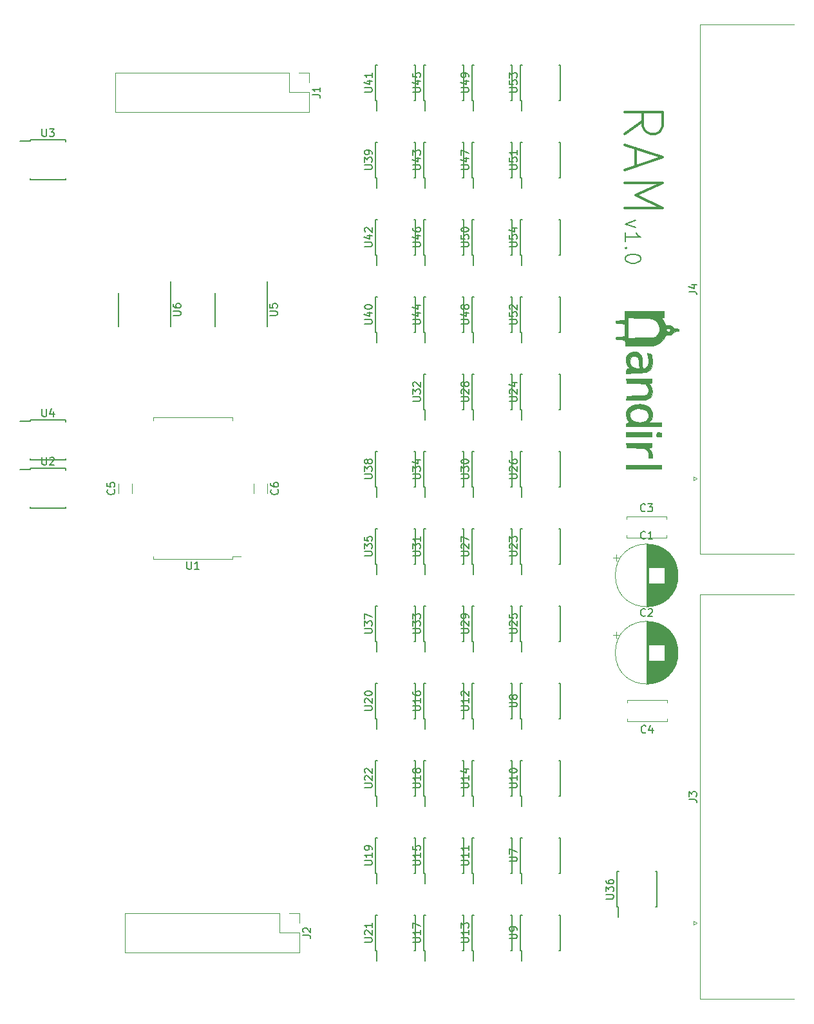
<source format=gbr>
G04 #@! TF.GenerationSoftware,KiCad,Pcbnew,5.1.5-52549c5~84~ubuntu18.04.1*
G04 #@! TF.CreationDate,2020-05-17T15:55:06-07:00*
G04 #@! TF.ProjectId,ram,72616d2e-6b69-4636-9164-5f7063625858,rev?*
G04 #@! TF.SameCoordinates,Original*
G04 #@! TF.FileFunction,Legend,Top*
G04 #@! TF.FilePolarity,Positive*
%FSLAX46Y46*%
G04 Gerber Fmt 4.6, Leading zero omitted, Abs format (unit mm)*
G04 Created by KiCad (PCBNEW 5.1.5-52549c5~84~ubuntu18.04.1) date 2020-05-17 15:55:06*
%MOMM*%
%LPD*%
G04 APERTURE LIST*
%ADD10C,0.200000*%
%ADD11C,0.300000*%
%ADD12C,0.010000*%
%ADD13C,0.120000*%
%ADD14C,0.150000*%
G04 APERTURE END LIST*
D10*
X223313571Y6032142D02*
X221980238Y5555952D01*
X223313571Y5079761D01*
X221980238Y3270238D02*
X221980238Y4413095D01*
X221980238Y3841666D02*
X223980238Y3841666D01*
X223694523Y4032142D01*
X223504047Y4222619D01*
X223408809Y4413095D01*
X222170714Y2413095D02*
X222075476Y2317857D01*
X221980238Y2413095D01*
X222075476Y2508333D01*
X222170714Y2413095D01*
X221980238Y2413095D01*
X223980238Y1079761D02*
X223980238Y889285D01*
X223885000Y698809D01*
X223789761Y603571D01*
X223599285Y508333D01*
X223218333Y413095D01*
X222742142Y413095D01*
X222361190Y508333D01*
X222170714Y603571D01*
X222075476Y698809D01*
X221980238Y889285D01*
X221980238Y1079761D01*
X222075476Y1270238D01*
X222170714Y1365476D01*
X222361190Y1460714D01*
X222742142Y1555952D01*
X223218333Y1555952D01*
X223599285Y1460714D01*
X223789761Y1365476D01*
X223885000Y1270238D01*
X223980238Y1079761D01*
D11*
X221893095Y17422380D02*
X224274047Y19089047D01*
X221893095Y20279523D02*
X226893095Y20279523D01*
X226893095Y18374761D01*
X226655000Y17898571D01*
X226416904Y17660476D01*
X225940714Y17422380D01*
X225226428Y17422380D01*
X224750238Y17660476D01*
X224512142Y17898571D01*
X224274047Y18374761D01*
X224274047Y20279523D01*
X223321666Y15517619D02*
X223321666Y13136666D01*
X221893095Y15993809D02*
X226893095Y14327142D01*
X221893095Y12660476D01*
X221893095Y10993809D02*
X226893095Y10993809D01*
X223321666Y9327142D01*
X226893095Y7660476D01*
X221893095Y7660476D01*
D12*
G36*
X226727081Y-22330065D02*
G01*
X226663776Y-22414383D01*
X226498599Y-22436004D01*
X226398667Y-22436667D01*
X226181831Y-22427696D01*
X226085467Y-22372304D01*
X226060757Y-22227774D01*
X226060000Y-22140334D01*
X226070253Y-21950602D01*
X226133558Y-21866284D01*
X226298734Y-21844663D01*
X226398667Y-21844000D01*
X226615503Y-21852971D01*
X226711866Y-21908363D01*
X226736576Y-22052893D01*
X226737333Y-22140334D01*
X226727081Y-22330065D01*
G37*
X226727081Y-22330065D02*
X226663776Y-22414383D01*
X226498599Y-22436004D01*
X226398667Y-22436667D01*
X226181831Y-22427696D01*
X226085467Y-22372304D01*
X226060757Y-22227774D01*
X226060000Y-22140334D01*
X226070253Y-21950602D01*
X226133558Y-21866284D01*
X226298734Y-21844663D01*
X226398667Y-21844000D01*
X226615503Y-21852971D01*
X226711866Y-21908363D01*
X226736576Y-22052893D01*
X226737333Y-22140334D01*
X226727081Y-22330065D01*
G36*
X222080667Y-26670000D02*
G01*
X222080667Y-26162000D01*
X226737333Y-26162000D01*
X226737333Y-26670000D01*
X222080667Y-26670000D01*
G37*
X222080667Y-26670000D02*
X222080667Y-26162000D01*
X226737333Y-26162000D01*
X226737333Y-26670000D01*
X222080667Y-26670000D01*
G36*
X225532855Y-25153559D02*
G01*
X225440356Y-25220458D01*
X225276833Y-25230667D01*
X225113717Y-25222872D01*
X225032557Y-25170276D01*
X225004740Y-25029060D01*
X225001667Y-24809258D01*
X224982322Y-24519299D01*
X224905908Y-24318952D01*
X224767139Y-24153091D01*
X224668649Y-24060558D01*
X224568281Y-23995024D01*
X224434912Y-23950497D01*
X224237420Y-23920986D01*
X223944684Y-23900499D01*
X223525582Y-23883045D01*
X223327805Y-23876000D01*
X222123000Y-23833667D01*
X222096469Y-23558500D01*
X222069938Y-23283334D01*
X225467333Y-23283334D01*
X225467333Y-23579667D01*
X225452198Y-23779456D01*
X225381049Y-23861342D01*
X225240908Y-23876000D01*
X225014483Y-23876000D01*
X225192935Y-24066500D01*
X225433161Y-24436867D01*
X225546813Y-24870861D01*
X225552000Y-24982179D01*
X225532855Y-25153559D01*
G37*
X225532855Y-25153559D02*
X225440356Y-25220458D01*
X225276833Y-25230667D01*
X225113717Y-25222872D01*
X225032557Y-25170276D01*
X225004740Y-25029060D01*
X225001667Y-24809258D01*
X224982322Y-24519299D01*
X224905908Y-24318952D01*
X224767139Y-24153091D01*
X224668649Y-24060558D01*
X224568281Y-23995024D01*
X224434912Y-23950497D01*
X224237420Y-23920986D01*
X223944684Y-23900499D01*
X223525582Y-23883045D01*
X223327805Y-23876000D01*
X222123000Y-23833667D01*
X222096469Y-23558500D01*
X222069938Y-23283334D01*
X225467333Y-23283334D01*
X225467333Y-23579667D01*
X225452198Y-23779456D01*
X225381049Y-23861342D01*
X225240908Y-23876000D01*
X225014483Y-23876000D01*
X225192935Y-24066500D01*
X225433161Y-24436867D01*
X225546813Y-24870861D01*
X225552000Y-24982179D01*
X225532855Y-25153559D01*
G36*
X222080667Y-22436667D02*
G01*
X222080667Y-21844000D01*
X225467333Y-21844000D01*
X225467333Y-22436667D01*
X222080667Y-22436667D01*
G37*
X222080667Y-22436667D02*
X222080667Y-21844000D01*
X225467333Y-21844000D01*
X225467333Y-22436667D01*
X222080667Y-22436667D01*
G36*
X225458809Y-16886997D02*
G01*
X225338259Y-17136462D01*
X225149187Y-17313874D01*
X224962560Y-17420167D01*
X224798776Y-17495231D01*
X224632508Y-17547663D01*
X224429606Y-17581442D01*
X224155920Y-17600547D01*
X223777300Y-17608956D01*
X223327362Y-17610667D01*
X222069938Y-17610667D01*
X222096469Y-17335500D01*
X222123000Y-17060334D01*
X223421901Y-17018000D01*
X223918817Y-17000518D01*
X224274667Y-16982554D01*
X224517667Y-16959427D01*
X224676033Y-16926460D01*
X224777981Y-16878972D01*
X224851726Y-16812284D01*
X224882401Y-16775787D01*
X225027720Y-16472951D01*
X225020546Y-16139064D01*
X224863817Y-15810266D01*
X224797238Y-15728169D01*
X224550476Y-15451667D01*
X223336738Y-15409334D01*
X222123000Y-15367000D01*
X222096469Y-15091834D01*
X222069938Y-14816667D01*
X225467333Y-14816667D01*
X225467333Y-15113000D01*
X225451882Y-15313061D01*
X225380766Y-15395019D01*
X225248141Y-15409334D01*
X225028948Y-15409334D01*
X225244772Y-15665826D01*
X225466655Y-16053836D01*
X225532982Y-16489510D01*
X225458809Y-16886997D01*
G37*
X225458809Y-16886997D02*
X225338259Y-17136462D01*
X225149187Y-17313874D01*
X224962560Y-17420167D01*
X224798776Y-17495231D01*
X224632508Y-17547663D01*
X224429606Y-17581442D01*
X224155920Y-17600547D01*
X223777300Y-17608956D01*
X223327362Y-17610667D01*
X222069938Y-17610667D01*
X222096469Y-17335500D01*
X222123000Y-17060334D01*
X223421901Y-17018000D01*
X223918817Y-17000518D01*
X224274667Y-16982554D01*
X224517667Y-16959427D01*
X224676033Y-16926460D01*
X224777981Y-16878972D01*
X224851726Y-16812284D01*
X224882401Y-16775787D01*
X225027720Y-16472951D01*
X225020546Y-16139064D01*
X224863817Y-15810266D01*
X224797238Y-15728169D01*
X224550476Y-15451667D01*
X223336738Y-15409334D01*
X222123000Y-15367000D01*
X222096469Y-15091834D01*
X222069938Y-14816667D01*
X225467333Y-14816667D01*
X225467333Y-15113000D01*
X225451882Y-15313061D01*
X225380766Y-15395019D01*
X225248141Y-15409334D01*
X225028948Y-15409334D01*
X225244772Y-15665826D01*
X225466655Y-16053836D01*
X225532982Y-16489510D01*
X225458809Y-16886997D01*
G36*
X222080667Y-21082000D02*
G01*
X222080667Y-20828000D01*
X222103204Y-20646715D01*
X222200126Y-20580302D01*
X222296642Y-20574000D01*
X222512618Y-20574000D01*
X222296869Y-20291139D01*
X222113688Y-19941605D01*
X222031153Y-19541606D01*
X222059010Y-19158405D01*
X222110940Y-19007667D01*
X222380312Y-18622914D01*
X222784297Y-18326472D01*
X222946936Y-18249708D01*
X223327239Y-18152337D01*
X223657413Y-18131404D01*
X223657413Y-18713178D01*
X223241079Y-18783954D01*
X222887175Y-18929705D01*
X222643713Y-19142223D01*
X222642065Y-19144562D01*
X222513668Y-19463609D01*
X222538377Y-19803499D01*
X222712201Y-20121878D01*
X222736833Y-20150026D01*
X223047061Y-20372339D01*
X223463440Y-20494814D01*
X223949662Y-20509150D01*
X224176167Y-20479098D01*
X224558530Y-20346072D01*
X224834514Y-20125357D01*
X224998254Y-19848251D01*
X225043886Y-19546051D01*
X224965543Y-19250054D01*
X224757361Y-18991558D01*
X224485321Y-18829390D01*
X224088165Y-18725586D01*
X223657413Y-18713178D01*
X223657413Y-18131404D01*
X223786174Y-18123240D01*
X224247964Y-18161177D01*
X224636833Y-18264911D01*
X224666503Y-18277812D01*
X225071980Y-18538228D01*
X225356368Y-18878898D01*
X225511350Y-19270226D01*
X225528610Y-19682619D01*
X225399830Y-20086480D01*
X225240968Y-20322028D01*
X225028948Y-20574000D01*
X226737333Y-20574000D01*
X226737333Y-21082000D01*
X222080667Y-21082000D01*
G37*
X222080667Y-21082000D02*
X222080667Y-20828000D01*
X222103204Y-20646715D01*
X222200126Y-20580302D01*
X222296642Y-20574000D01*
X222512618Y-20574000D01*
X222296869Y-20291139D01*
X222113688Y-19941605D01*
X222031153Y-19541606D01*
X222059010Y-19158405D01*
X222110940Y-19007667D01*
X222380312Y-18622914D01*
X222784297Y-18326472D01*
X222946936Y-18249708D01*
X223327239Y-18152337D01*
X223657413Y-18131404D01*
X223657413Y-18713178D01*
X223241079Y-18783954D01*
X222887175Y-18929705D01*
X222643713Y-19142223D01*
X222642065Y-19144562D01*
X222513668Y-19463609D01*
X222538377Y-19803499D01*
X222712201Y-20121878D01*
X222736833Y-20150026D01*
X223047061Y-20372339D01*
X223463440Y-20494814D01*
X223949662Y-20509150D01*
X224176167Y-20479098D01*
X224558530Y-20346072D01*
X224834514Y-20125357D01*
X224998254Y-19848251D01*
X225043886Y-19546051D01*
X224965543Y-19250054D01*
X224757361Y-18991558D01*
X224485321Y-18829390D01*
X224088165Y-18725586D01*
X223657413Y-18713178D01*
X223657413Y-18131404D01*
X223786174Y-18123240D01*
X224247964Y-18161177D01*
X224636833Y-18264911D01*
X224666503Y-18277812D01*
X225071980Y-18538228D01*
X225356368Y-18878898D01*
X225511350Y-19270226D01*
X225528610Y-19682619D01*
X225399830Y-20086480D01*
X225240968Y-20322028D01*
X225028948Y-20574000D01*
X226737333Y-20574000D01*
X226737333Y-21082000D01*
X222080667Y-21082000D01*
G36*
X225516330Y-12744957D02*
G01*
X225453677Y-13136084D01*
X225333836Y-13429583D01*
X225314763Y-13457019D01*
X225145161Y-13656478D01*
X224957577Y-13803457D01*
X224722813Y-13906549D01*
X224411670Y-13974347D01*
X223994951Y-14015443D01*
X223443459Y-14038431D01*
X223329500Y-14041266D01*
X222080667Y-14070198D01*
X222080667Y-13766099D01*
X222094881Y-13562950D01*
X222162385Y-13478292D01*
X222307092Y-13462000D01*
X222533517Y-13462000D01*
X222347403Y-13263891D01*
X222115779Y-12901064D01*
X222013752Y-12473148D01*
X222048351Y-12031891D01*
X222144298Y-11768667D01*
X222378969Y-11464113D01*
X222694719Y-11275738D01*
X223053096Y-11202624D01*
X223249153Y-11224918D01*
X223249153Y-11782217D01*
X222988814Y-11783912D01*
X222765236Y-11903551D01*
X222600859Y-12115537D01*
X222518122Y-12394274D01*
X222539464Y-12714163D01*
X222627271Y-12946788D01*
X222825242Y-13176348D01*
X223124866Y-13358071D01*
X223458806Y-13454954D01*
X223564841Y-13462000D01*
X223795757Y-13462000D01*
X223755740Y-12770731D01*
X223728517Y-12412376D01*
X223689575Y-12180940D01*
X223627298Y-12034011D01*
X223530065Y-11929175D01*
X223523815Y-11924064D01*
X223249153Y-11782217D01*
X223249153Y-11224918D01*
X223415648Y-11243851D01*
X223743922Y-11398501D01*
X223999467Y-11665654D01*
X224077405Y-11814866D01*
X224141084Y-12061042D01*
X224183510Y-12415576D01*
X224197333Y-12781947D01*
X224201026Y-13120667D01*
X224217568Y-13323972D01*
X224255152Y-13425715D01*
X224321975Y-13459751D01*
X224361946Y-13462000D01*
X224535672Y-13408930D01*
X224738065Y-13279662D01*
X224755957Y-13264679D01*
X224930616Y-13014466D01*
X225025277Y-12664932D01*
X225033695Y-12269183D01*
X224949624Y-11880327D01*
X224925936Y-11819328D01*
X224829688Y-11582421D01*
X224808916Y-11465874D01*
X224877557Y-11432295D01*
X225049552Y-11444286D01*
X225065167Y-11445802D01*
X225231988Y-11476722D01*
X225332913Y-11558447D01*
X225406433Y-11735927D01*
X225450445Y-11895667D01*
X225516888Y-12312665D01*
X225516330Y-12744957D01*
G37*
X225516330Y-12744957D02*
X225453677Y-13136084D01*
X225333836Y-13429583D01*
X225314763Y-13457019D01*
X225145161Y-13656478D01*
X224957577Y-13803457D01*
X224722813Y-13906549D01*
X224411670Y-13974347D01*
X223994951Y-14015443D01*
X223443459Y-14038431D01*
X223329500Y-14041266D01*
X222080667Y-14070198D01*
X222080667Y-13766099D01*
X222094881Y-13562950D01*
X222162385Y-13478292D01*
X222307092Y-13462000D01*
X222533517Y-13462000D01*
X222347403Y-13263891D01*
X222115779Y-12901064D01*
X222013752Y-12473148D01*
X222048351Y-12031891D01*
X222144298Y-11768667D01*
X222378969Y-11464113D01*
X222694719Y-11275738D01*
X223053096Y-11202624D01*
X223249153Y-11224918D01*
X223249153Y-11782217D01*
X222988814Y-11783912D01*
X222765236Y-11903551D01*
X222600859Y-12115537D01*
X222518122Y-12394274D01*
X222539464Y-12714163D01*
X222627271Y-12946788D01*
X222825242Y-13176348D01*
X223124866Y-13358071D01*
X223458806Y-13454954D01*
X223564841Y-13462000D01*
X223795757Y-13462000D01*
X223755740Y-12770731D01*
X223728517Y-12412376D01*
X223689575Y-12180940D01*
X223627298Y-12034011D01*
X223530065Y-11929175D01*
X223523815Y-11924064D01*
X223249153Y-11782217D01*
X223249153Y-11224918D01*
X223415648Y-11243851D01*
X223743922Y-11398501D01*
X223999467Y-11665654D01*
X224077405Y-11814866D01*
X224141084Y-12061042D01*
X224183510Y-12415576D01*
X224197333Y-12781947D01*
X224201026Y-13120667D01*
X224217568Y-13323972D01*
X224255152Y-13425715D01*
X224321975Y-13459751D01*
X224361946Y-13462000D01*
X224535672Y-13408930D01*
X224738065Y-13279662D01*
X224755957Y-13264679D01*
X224930616Y-13014466D01*
X225025277Y-12664932D01*
X225033695Y-12269183D01*
X224949624Y-11880327D01*
X224925936Y-11819328D01*
X224829688Y-11582421D01*
X224808916Y-11465874D01*
X224877557Y-11432295D01*
X225049552Y-11444286D01*
X225065167Y-11445802D01*
X225231988Y-11476722D01*
X225332913Y-11558447D01*
X225406433Y-11735927D01*
X225450445Y-11895667D01*
X225516888Y-12312665D01*
X225516330Y-12744957D01*
G36*
X228991255Y-8497446D02*
G01*
X228865058Y-8544996D01*
X228718636Y-8551334D01*
X228458931Y-8593695D01*
X228236134Y-8745520D01*
X228168355Y-8814231D01*
X227979668Y-8985858D01*
X227799057Y-9049969D01*
X227588197Y-9045223D01*
X227370087Y-9037038D01*
X227244465Y-9093851D01*
X227145063Y-9255761D01*
X227108276Y-9335636D01*
X226859164Y-9717664D01*
X226494661Y-10061884D01*
X226068389Y-10320058D01*
X225967171Y-10362223D01*
X225815824Y-10410358D01*
X225635060Y-10445535D01*
X225399469Y-10469117D01*
X225083646Y-10482470D01*
X224662180Y-10486958D01*
X224109664Y-10483947D01*
X223774000Y-10480026D01*
X221953667Y-10456334D01*
X221928009Y-10057785D01*
X221902351Y-9659237D01*
X221293009Y-9634452D01*
X220975537Y-9616721D01*
X220791871Y-9588216D01*
X220706485Y-9537619D01*
X220683853Y-9453612D01*
X220683667Y-9440334D01*
X220700885Y-9351673D01*
X220776145Y-9297603D01*
X220944861Y-9266921D01*
X221242441Y-9248424D01*
X221297500Y-9246124D01*
X221911333Y-9221248D01*
X221911333Y-7542752D01*
X221298398Y-7517876D01*
X220961434Y-7495475D01*
X220763150Y-7457114D01*
X220673106Y-7395349D01*
X220660471Y-7361872D01*
X220671154Y-7211322D01*
X220694851Y-7171372D01*
X220803872Y-7141491D01*
X221032705Y-7120166D01*
X221331873Y-7112000D01*
X221911333Y-7112000D01*
X221911333Y-5926667D01*
X222334667Y-5926667D01*
X222334667Y-6754451D01*
X222334667Y-9407684D01*
X224064390Y-9381675D01*
X224653000Y-9371699D01*
X225097075Y-9360189D01*
X225421406Y-9344587D01*
X225650790Y-9322337D01*
X225810020Y-9290881D01*
X225923889Y-9247663D01*
X226017192Y-9190126D01*
X226032890Y-9178664D01*
X226297330Y-8887338D01*
X226435111Y-8525577D01*
X226451933Y-8128566D01*
X226353495Y-7731487D01*
X226145496Y-7369523D01*
X225833637Y-7077858D01*
X225677883Y-6987164D01*
X225530448Y-6924686D01*
X225357431Y-6878034D01*
X225130048Y-6844081D01*
X224819517Y-6819700D01*
X224397055Y-6801763D01*
X223837500Y-6787223D01*
X222334667Y-6754451D01*
X222334667Y-5926667D01*
X227076000Y-5926667D01*
X227076000Y-6350000D01*
X227067085Y-6603917D01*
X227029244Y-6730555D01*
X226945833Y-6771522D01*
X226906667Y-6773334D01*
X226760067Y-6814098D01*
X226762671Y-6920271D01*
X226851255Y-7016479D01*
X226957785Y-7151547D01*
X227080240Y-7369013D01*
X227109400Y-7430855D01*
X227214150Y-7633516D01*
X227325020Y-7718376D01*
X227508931Y-7725680D01*
X227588197Y-7718778D01*
X227678242Y-7718529D01*
X227678242Y-8141759D01*
X227481026Y-8174596D01*
X227351185Y-8300793D01*
X227332593Y-8382000D01*
X227371940Y-8481812D01*
X227404372Y-8537575D01*
X227535446Y-8614940D01*
X227678242Y-8622241D01*
X227836999Y-8552513D01*
X227880333Y-8382000D01*
X227835191Y-8209338D01*
X227678242Y-8141759D01*
X227678242Y-7718529D01*
X227828894Y-7718111D01*
X228005300Y-7796147D01*
X228168355Y-7949769D01*
X228394877Y-8139704D01*
X228636104Y-8209567D01*
X228718636Y-8212667D01*
X228926369Y-8230494D01*
X229011930Y-8300627D01*
X229023333Y-8382000D01*
X228991255Y-8497446D01*
G37*
X228991255Y-8497446D02*
X228865058Y-8544996D01*
X228718636Y-8551334D01*
X228458931Y-8593695D01*
X228236134Y-8745520D01*
X228168355Y-8814231D01*
X227979668Y-8985858D01*
X227799057Y-9049969D01*
X227588197Y-9045223D01*
X227370087Y-9037038D01*
X227244465Y-9093851D01*
X227145063Y-9255761D01*
X227108276Y-9335636D01*
X226859164Y-9717664D01*
X226494661Y-10061884D01*
X226068389Y-10320058D01*
X225967171Y-10362223D01*
X225815824Y-10410358D01*
X225635060Y-10445535D01*
X225399469Y-10469117D01*
X225083646Y-10482470D01*
X224662180Y-10486958D01*
X224109664Y-10483947D01*
X223774000Y-10480026D01*
X221953667Y-10456334D01*
X221928009Y-10057785D01*
X221902351Y-9659237D01*
X221293009Y-9634452D01*
X220975537Y-9616721D01*
X220791871Y-9588216D01*
X220706485Y-9537619D01*
X220683853Y-9453612D01*
X220683667Y-9440334D01*
X220700885Y-9351673D01*
X220776145Y-9297603D01*
X220944861Y-9266921D01*
X221242441Y-9248424D01*
X221297500Y-9246124D01*
X221911333Y-9221248D01*
X221911333Y-7542752D01*
X221298398Y-7517876D01*
X220961434Y-7495475D01*
X220763150Y-7457114D01*
X220673106Y-7395349D01*
X220660471Y-7361872D01*
X220671154Y-7211322D01*
X220694851Y-7171372D01*
X220803872Y-7141491D01*
X221032705Y-7120166D01*
X221331873Y-7112000D01*
X221911333Y-7112000D01*
X221911333Y-5926667D01*
X222334667Y-5926667D01*
X222334667Y-6754451D01*
X222334667Y-9407684D01*
X224064390Y-9381675D01*
X224653000Y-9371699D01*
X225097075Y-9360189D01*
X225421406Y-9344587D01*
X225650790Y-9322337D01*
X225810020Y-9290881D01*
X225923889Y-9247663D01*
X226017192Y-9190126D01*
X226032890Y-9178664D01*
X226297330Y-8887338D01*
X226435111Y-8525577D01*
X226451933Y-8128566D01*
X226353495Y-7731487D01*
X226145496Y-7369523D01*
X225833637Y-7077858D01*
X225677883Y-6987164D01*
X225530448Y-6924686D01*
X225357431Y-6878034D01*
X225130048Y-6844081D01*
X224819517Y-6819700D01*
X224397055Y-6801763D01*
X223837500Y-6787223D01*
X222334667Y-6754451D01*
X222334667Y-5926667D01*
X227076000Y-5926667D01*
X227076000Y-6350000D01*
X227067085Y-6603917D01*
X227029244Y-6730555D01*
X226945833Y-6771522D01*
X226906667Y-6773334D01*
X226760067Y-6814098D01*
X226762671Y-6920271D01*
X226851255Y-7016479D01*
X226957785Y-7151547D01*
X227080240Y-7369013D01*
X227109400Y-7430855D01*
X227214150Y-7633516D01*
X227325020Y-7718376D01*
X227508931Y-7725680D01*
X227588197Y-7718778D01*
X227678242Y-7718529D01*
X227678242Y-8141759D01*
X227481026Y-8174596D01*
X227351185Y-8300793D01*
X227332593Y-8382000D01*
X227371940Y-8481812D01*
X227404372Y-8537575D01*
X227535446Y-8614940D01*
X227678242Y-8622241D01*
X227836999Y-8552513D01*
X227880333Y-8382000D01*
X227835191Y-8209338D01*
X227678242Y-8141759D01*
X227678242Y-7718529D01*
X227828894Y-7718111D01*
X228005300Y-7796147D01*
X228168355Y-7949769D01*
X228394877Y-8139704D01*
X228636104Y-8209567D01*
X228718636Y-8212667D01*
X228926369Y-8230494D01*
X229011930Y-8300627D01*
X229023333Y-8382000D01*
X228991255Y-8497446D01*
D13*
X231358675Y-27940000D02*
X230925662Y-28190000D01*
X230925662Y-27690000D02*
X231358675Y-27940000D01*
X230925662Y-28190000D02*
X230925662Y-27690000D01*
X231820000Y31750000D02*
X244160000Y31750000D01*
X231820000Y-37770000D02*
X231820000Y31750000D01*
X244160000Y-37770000D02*
X231820000Y-37770000D01*
X231358675Y-86360000D02*
X230925662Y-86610000D01*
X230925662Y-86110000D02*
X231358675Y-86360000D01*
X230925662Y-86610000D02*
X230925662Y-86110000D01*
X231820000Y-43130000D02*
X244160000Y-43130000D01*
X231820000Y-96350000D02*
X231820000Y-43130000D01*
X244160000Y-96350000D02*
X231820000Y-96350000D01*
X174900000Y-29812064D02*
X174900000Y-28607936D01*
X173080000Y-29812064D02*
X173080000Y-28607936D01*
X157120000Y-29812064D02*
X157120000Y-28607936D01*
X155300000Y-29812064D02*
X155300000Y-28607936D01*
D14*
X208320000Y1485000D02*
X208320000Y135000D01*
X213445000Y1485000D02*
X213445000Y6135000D01*
X208195000Y1485000D02*
X208195000Y6135000D01*
X213445000Y1485000D02*
X213220000Y1485000D01*
X213445000Y6135000D02*
X213220000Y6135000D01*
X208195000Y6135000D02*
X208420000Y6135000D01*
X208195000Y1485000D02*
X208320000Y1485000D01*
X208320000Y21805000D02*
X208320000Y20455000D01*
X213445000Y21805000D02*
X213445000Y26455000D01*
X208195000Y21805000D02*
X208195000Y26455000D01*
X213445000Y21805000D02*
X213220000Y21805000D01*
X213445000Y26455000D02*
X213220000Y26455000D01*
X208195000Y26455000D02*
X208420000Y26455000D01*
X208195000Y21805000D02*
X208320000Y21805000D01*
X208320000Y-8675000D02*
X208320000Y-10025000D01*
X213445000Y-8675000D02*
X213445000Y-4025000D01*
X208195000Y-8675000D02*
X208195000Y-4025000D01*
X213445000Y-8675000D02*
X213220000Y-8675000D01*
X213445000Y-4025000D02*
X213220000Y-4025000D01*
X208195000Y-4025000D02*
X208420000Y-4025000D01*
X208195000Y-8675000D02*
X208320000Y-8675000D01*
X208320000Y11645000D02*
X208320000Y10295000D01*
X213445000Y11645000D02*
X213445000Y16295000D01*
X208195000Y11645000D02*
X208195000Y16295000D01*
X213445000Y11645000D02*
X213220000Y11645000D01*
X213445000Y16295000D02*
X213220000Y16295000D01*
X208195000Y16295000D02*
X208420000Y16295000D01*
X208195000Y11645000D02*
X208320000Y11645000D01*
X201970000Y1485000D02*
X201970000Y135000D01*
X207095000Y1485000D02*
X207095000Y6135000D01*
X201845000Y1485000D02*
X201845000Y6135000D01*
X207095000Y1485000D02*
X206870000Y1485000D01*
X207095000Y6135000D02*
X206870000Y6135000D01*
X201845000Y6135000D02*
X202070000Y6135000D01*
X201845000Y1485000D02*
X201970000Y1485000D01*
X201970000Y21805000D02*
X201970000Y20455000D01*
X207095000Y21805000D02*
X207095000Y26455000D01*
X201845000Y21805000D02*
X201845000Y26455000D01*
X207095000Y21805000D02*
X206870000Y21805000D01*
X207095000Y26455000D02*
X206870000Y26455000D01*
X201845000Y26455000D02*
X202070000Y26455000D01*
X201845000Y21805000D02*
X201970000Y21805000D01*
X201970000Y-8675000D02*
X201970000Y-10025000D01*
X207095000Y-8675000D02*
X207095000Y-4025000D01*
X201845000Y-8675000D02*
X201845000Y-4025000D01*
X207095000Y-8675000D02*
X206870000Y-8675000D01*
X207095000Y-4025000D02*
X206870000Y-4025000D01*
X201845000Y-4025000D02*
X202070000Y-4025000D01*
X201845000Y-8675000D02*
X201970000Y-8675000D01*
X201970000Y11645000D02*
X201970000Y10295000D01*
X207095000Y11645000D02*
X207095000Y16295000D01*
X201845000Y11645000D02*
X201845000Y16295000D01*
X207095000Y11645000D02*
X206870000Y11645000D01*
X207095000Y16295000D02*
X206870000Y16295000D01*
X201845000Y16295000D02*
X202070000Y16295000D01*
X201845000Y11645000D02*
X201970000Y11645000D01*
X195620000Y1485000D02*
X195620000Y135000D01*
X200745000Y1485000D02*
X200745000Y6135000D01*
X195495000Y1485000D02*
X195495000Y6135000D01*
X200745000Y1485000D02*
X200520000Y1485000D01*
X200745000Y6135000D02*
X200520000Y6135000D01*
X195495000Y6135000D02*
X195720000Y6135000D01*
X195495000Y1485000D02*
X195620000Y1485000D01*
X195620000Y21805000D02*
X195620000Y20455000D01*
X200745000Y21805000D02*
X200745000Y26455000D01*
X195495000Y21805000D02*
X195495000Y26455000D01*
X200745000Y21805000D02*
X200520000Y21805000D01*
X200745000Y26455000D02*
X200520000Y26455000D01*
X195495000Y26455000D02*
X195720000Y26455000D01*
X195495000Y21805000D02*
X195620000Y21805000D01*
X195620000Y-8675000D02*
X195620000Y-10025000D01*
X200745000Y-8675000D02*
X200745000Y-4025000D01*
X195495000Y-8675000D02*
X195495000Y-4025000D01*
X200745000Y-8675000D02*
X200520000Y-8675000D01*
X200745000Y-4025000D02*
X200520000Y-4025000D01*
X195495000Y-4025000D02*
X195720000Y-4025000D01*
X195495000Y-8675000D02*
X195620000Y-8675000D01*
X195620000Y11645000D02*
X195620000Y10295000D01*
X200745000Y11645000D02*
X200745000Y16295000D01*
X195495000Y11645000D02*
X195495000Y16295000D01*
X200745000Y11645000D02*
X200520000Y11645000D01*
X200745000Y16295000D02*
X200520000Y16295000D01*
X195495000Y16295000D02*
X195720000Y16295000D01*
X195495000Y11645000D02*
X195620000Y11645000D01*
X189270000Y1485000D02*
X189270000Y135000D01*
X194395000Y1485000D02*
X194395000Y6135000D01*
X189145000Y1485000D02*
X189145000Y6135000D01*
X194395000Y1485000D02*
X194170000Y1485000D01*
X194395000Y6135000D02*
X194170000Y6135000D01*
X189145000Y6135000D02*
X189370000Y6135000D01*
X189145000Y1485000D02*
X189270000Y1485000D01*
X189270000Y21805000D02*
X189270000Y20455000D01*
X194395000Y21805000D02*
X194395000Y26455000D01*
X189145000Y21805000D02*
X189145000Y26455000D01*
X194395000Y21805000D02*
X194170000Y21805000D01*
X194395000Y26455000D02*
X194170000Y26455000D01*
X189145000Y26455000D02*
X189370000Y26455000D01*
X189145000Y21805000D02*
X189270000Y21805000D01*
X189270000Y-8675000D02*
X189270000Y-10025000D01*
X194395000Y-8675000D02*
X194395000Y-4025000D01*
X189145000Y-8675000D02*
X189145000Y-4025000D01*
X194395000Y-8675000D02*
X194170000Y-8675000D01*
X194395000Y-4025000D02*
X194170000Y-4025000D01*
X189145000Y-4025000D02*
X189370000Y-4025000D01*
X189145000Y-8675000D02*
X189270000Y-8675000D01*
X189270000Y11645000D02*
X189270000Y10295000D01*
X194395000Y11645000D02*
X194395000Y16295000D01*
X189145000Y11645000D02*
X189145000Y16295000D01*
X194395000Y11645000D02*
X194170000Y11645000D01*
X194395000Y16295000D02*
X194170000Y16295000D01*
X189145000Y16295000D02*
X189370000Y16295000D01*
X189145000Y11645000D02*
X189270000Y11645000D01*
X189270000Y-28995000D02*
X189270000Y-30345000D01*
X194395000Y-28995000D02*
X194395000Y-24345000D01*
X189145000Y-28995000D02*
X189145000Y-24345000D01*
X194395000Y-28995000D02*
X194170000Y-28995000D01*
X194395000Y-24345000D02*
X194170000Y-24345000D01*
X189145000Y-24345000D02*
X189370000Y-24345000D01*
X189145000Y-28995000D02*
X189270000Y-28995000D01*
X189270000Y-49315000D02*
X189270000Y-50665000D01*
X194395000Y-49315000D02*
X194395000Y-44665000D01*
X189145000Y-49315000D02*
X189145000Y-44665000D01*
X194395000Y-49315000D02*
X194170000Y-49315000D01*
X194395000Y-44665000D02*
X194170000Y-44665000D01*
X189145000Y-44665000D02*
X189370000Y-44665000D01*
X189145000Y-49315000D02*
X189270000Y-49315000D01*
X221020000Y-84240000D02*
X221020000Y-85590000D01*
X226145000Y-84240000D02*
X226145000Y-79590000D01*
X220895000Y-84240000D02*
X220895000Y-79590000D01*
X226145000Y-84240000D02*
X225920000Y-84240000D01*
X226145000Y-79590000D02*
X225920000Y-79590000D01*
X220895000Y-79590000D02*
X221120000Y-79590000D01*
X220895000Y-84240000D02*
X221020000Y-84240000D01*
X189270000Y-39155000D02*
X189270000Y-40505000D01*
X194395000Y-39155000D02*
X194395000Y-34505000D01*
X189145000Y-39155000D02*
X189145000Y-34505000D01*
X194395000Y-39155000D02*
X194170000Y-39155000D01*
X194395000Y-34505000D02*
X194170000Y-34505000D01*
X189145000Y-34505000D02*
X189370000Y-34505000D01*
X189145000Y-39155000D02*
X189270000Y-39155000D01*
X195620000Y-28995000D02*
X195620000Y-30345000D01*
X200745000Y-28995000D02*
X200745000Y-24345000D01*
X195495000Y-28995000D02*
X195495000Y-24345000D01*
X200745000Y-28995000D02*
X200520000Y-28995000D01*
X200745000Y-24345000D02*
X200520000Y-24345000D01*
X195495000Y-24345000D02*
X195720000Y-24345000D01*
X195495000Y-28995000D02*
X195620000Y-28995000D01*
X195620000Y-49315000D02*
X195620000Y-50665000D01*
X200745000Y-49315000D02*
X200745000Y-44665000D01*
X195495000Y-49315000D02*
X195495000Y-44665000D01*
X200745000Y-49315000D02*
X200520000Y-49315000D01*
X200745000Y-44665000D02*
X200520000Y-44665000D01*
X195495000Y-44665000D02*
X195720000Y-44665000D01*
X195495000Y-49315000D02*
X195620000Y-49315000D01*
X195620000Y-18835000D02*
X195620000Y-20185000D01*
X200745000Y-18835000D02*
X200745000Y-14185000D01*
X195495000Y-18835000D02*
X195495000Y-14185000D01*
X200745000Y-18835000D02*
X200520000Y-18835000D01*
X200745000Y-14185000D02*
X200520000Y-14185000D01*
X195495000Y-14185000D02*
X195720000Y-14185000D01*
X195495000Y-18835000D02*
X195620000Y-18835000D01*
X195620000Y-39155000D02*
X195620000Y-40505000D01*
X200745000Y-39155000D02*
X200745000Y-34505000D01*
X195495000Y-39155000D02*
X195495000Y-34505000D01*
X200745000Y-39155000D02*
X200520000Y-39155000D01*
X200745000Y-34505000D02*
X200520000Y-34505000D01*
X195495000Y-34505000D02*
X195720000Y-34505000D01*
X195495000Y-39155000D02*
X195620000Y-39155000D01*
X201970000Y-28995000D02*
X201970000Y-30345000D01*
X207095000Y-28995000D02*
X207095000Y-24345000D01*
X201845000Y-28995000D02*
X201845000Y-24345000D01*
X207095000Y-28995000D02*
X206870000Y-28995000D01*
X207095000Y-24345000D02*
X206870000Y-24345000D01*
X201845000Y-24345000D02*
X202070000Y-24345000D01*
X201845000Y-28995000D02*
X201970000Y-28995000D01*
X201970000Y-49315000D02*
X201970000Y-50665000D01*
X207095000Y-49315000D02*
X207095000Y-44665000D01*
X201845000Y-49315000D02*
X201845000Y-44665000D01*
X207095000Y-49315000D02*
X206870000Y-49315000D01*
X207095000Y-44665000D02*
X206870000Y-44665000D01*
X201845000Y-44665000D02*
X202070000Y-44665000D01*
X201845000Y-49315000D02*
X201970000Y-49315000D01*
X201970000Y-18835000D02*
X201970000Y-20185000D01*
X207095000Y-18835000D02*
X207095000Y-14185000D01*
X201845000Y-18835000D02*
X201845000Y-14185000D01*
X207095000Y-18835000D02*
X206870000Y-18835000D01*
X207095000Y-14185000D02*
X206870000Y-14185000D01*
X201845000Y-14185000D02*
X202070000Y-14185000D01*
X201845000Y-18835000D02*
X201970000Y-18835000D01*
X201970000Y-39155000D02*
X201970000Y-40505000D01*
X207095000Y-39155000D02*
X207095000Y-34505000D01*
X201845000Y-39155000D02*
X201845000Y-34505000D01*
X207095000Y-39155000D02*
X206870000Y-39155000D01*
X207095000Y-34505000D02*
X206870000Y-34505000D01*
X201845000Y-34505000D02*
X202070000Y-34505000D01*
X201845000Y-39155000D02*
X201970000Y-39155000D01*
X208320000Y-28995000D02*
X208320000Y-30345000D01*
X213445000Y-28995000D02*
X213445000Y-24345000D01*
X208195000Y-28995000D02*
X208195000Y-24345000D01*
X213445000Y-28995000D02*
X213220000Y-28995000D01*
X213445000Y-24345000D02*
X213220000Y-24345000D01*
X208195000Y-24345000D02*
X208420000Y-24345000D01*
X208195000Y-28995000D02*
X208320000Y-28995000D01*
X208320000Y-49315000D02*
X208320000Y-50665000D01*
X213445000Y-49315000D02*
X213445000Y-44665000D01*
X208195000Y-49315000D02*
X208195000Y-44665000D01*
X213445000Y-49315000D02*
X213220000Y-49315000D01*
X213445000Y-44665000D02*
X213220000Y-44665000D01*
X208195000Y-44665000D02*
X208420000Y-44665000D01*
X208195000Y-49315000D02*
X208320000Y-49315000D01*
X208320000Y-18835000D02*
X208320000Y-20185000D01*
X213445000Y-18835000D02*
X213445000Y-14185000D01*
X208195000Y-18835000D02*
X208195000Y-14185000D01*
X213445000Y-18835000D02*
X213220000Y-18835000D01*
X213445000Y-14185000D02*
X213220000Y-14185000D01*
X208195000Y-14185000D02*
X208420000Y-14185000D01*
X208195000Y-18835000D02*
X208320000Y-18835000D01*
X208320000Y-39155000D02*
X208320000Y-40505000D01*
X213445000Y-39155000D02*
X213445000Y-34505000D01*
X208195000Y-39155000D02*
X208195000Y-34505000D01*
X213445000Y-39155000D02*
X213220000Y-39155000D01*
X213445000Y-34505000D02*
X213220000Y-34505000D01*
X208195000Y-34505000D02*
X208420000Y-34505000D01*
X208195000Y-39155000D02*
X208320000Y-39155000D01*
X189270000Y-69635000D02*
X189270000Y-70985000D01*
X194395000Y-69635000D02*
X194395000Y-64985000D01*
X189145000Y-69635000D02*
X189145000Y-64985000D01*
X194395000Y-69635000D02*
X194170000Y-69635000D01*
X194395000Y-64985000D02*
X194170000Y-64985000D01*
X189145000Y-64985000D02*
X189370000Y-64985000D01*
X189145000Y-69635000D02*
X189270000Y-69635000D01*
X189270000Y-89955000D02*
X189270000Y-91305000D01*
X194395000Y-89955000D02*
X194395000Y-85305000D01*
X189145000Y-89955000D02*
X189145000Y-85305000D01*
X194395000Y-89955000D02*
X194170000Y-89955000D01*
X194395000Y-85305000D02*
X194170000Y-85305000D01*
X189145000Y-85305000D02*
X189370000Y-85305000D01*
X189145000Y-89955000D02*
X189270000Y-89955000D01*
X189270000Y-59475000D02*
X189270000Y-60825000D01*
X194395000Y-59475000D02*
X194395000Y-54825000D01*
X189145000Y-59475000D02*
X189145000Y-54825000D01*
X194395000Y-59475000D02*
X194170000Y-59475000D01*
X194395000Y-54825000D02*
X194170000Y-54825000D01*
X189145000Y-54825000D02*
X189370000Y-54825000D01*
X189145000Y-59475000D02*
X189270000Y-59475000D01*
X189270000Y-79795000D02*
X189270000Y-81145000D01*
X194395000Y-79795000D02*
X194395000Y-75145000D01*
X189145000Y-79795000D02*
X189145000Y-75145000D01*
X194395000Y-79795000D02*
X194170000Y-79795000D01*
X194395000Y-75145000D02*
X194170000Y-75145000D01*
X189145000Y-75145000D02*
X189370000Y-75145000D01*
X189145000Y-79795000D02*
X189270000Y-79795000D01*
X195620000Y-69635000D02*
X195620000Y-70985000D01*
X200745000Y-69635000D02*
X200745000Y-64985000D01*
X195495000Y-69635000D02*
X195495000Y-64985000D01*
X200745000Y-69635000D02*
X200520000Y-69635000D01*
X200745000Y-64985000D02*
X200520000Y-64985000D01*
X195495000Y-64985000D02*
X195720000Y-64985000D01*
X195495000Y-69635000D02*
X195620000Y-69635000D01*
X195620000Y-89955000D02*
X195620000Y-91305000D01*
X200745000Y-89955000D02*
X200745000Y-85305000D01*
X195495000Y-89955000D02*
X195495000Y-85305000D01*
X200745000Y-89955000D02*
X200520000Y-89955000D01*
X200745000Y-85305000D02*
X200520000Y-85305000D01*
X195495000Y-85305000D02*
X195720000Y-85305000D01*
X195495000Y-89955000D02*
X195620000Y-89955000D01*
X195620000Y-59475000D02*
X195620000Y-60825000D01*
X200745000Y-59475000D02*
X200745000Y-54825000D01*
X195495000Y-59475000D02*
X195495000Y-54825000D01*
X200745000Y-59475000D02*
X200520000Y-59475000D01*
X200745000Y-54825000D02*
X200520000Y-54825000D01*
X195495000Y-54825000D02*
X195720000Y-54825000D01*
X195495000Y-59475000D02*
X195620000Y-59475000D01*
X195620000Y-79795000D02*
X195620000Y-81145000D01*
X200745000Y-79795000D02*
X200745000Y-75145000D01*
X195495000Y-79795000D02*
X195495000Y-75145000D01*
X200745000Y-79795000D02*
X200520000Y-79795000D01*
X200745000Y-75145000D02*
X200520000Y-75145000D01*
X195495000Y-75145000D02*
X195720000Y-75145000D01*
X195495000Y-79795000D02*
X195620000Y-79795000D01*
X201970000Y-69635000D02*
X201970000Y-70985000D01*
X207095000Y-69635000D02*
X207095000Y-64985000D01*
X201845000Y-69635000D02*
X201845000Y-64985000D01*
X207095000Y-69635000D02*
X206870000Y-69635000D01*
X207095000Y-64985000D02*
X206870000Y-64985000D01*
X201845000Y-64985000D02*
X202070000Y-64985000D01*
X201845000Y-69635000D02*
X201970000Y-69635000D01*
X201970000Y-89955000D02*
X201970000Y-91305000D01*
X207095000Y-89955000D02*
X207095000Y-85305000D01*
X201845000Y-89955000D02*
X201845000Y-85305000D01*
X207095000Y-89955000D02*
X206870000Y-89955000D01*
X207095000Y-85305000D02*
X206870000Y-85305000D01*
X201845000Y-85305000D02*
X202070000Y-85305000D01*
X201845000Y-89955000D02*
X201970000Y-89955000D01*
X201970000Y-59475000D02*
X201970000Y-60825000D01*
X207095000Y-59475000D02*
X207095000Y-54825000D01*
X201845000Y-59475000D02*
X201845000Y-54825000D01*
X207095000Y-59475000D02*
X206870000Y-59475000D01*
X207095000Y-54825000D02*
X206870000Y-54825000D01*
X201845000Y-54825000D02*
X202070000Y-54825000D01*
X201845000Y-59475000D02*
X201970000Y-59475000D01*
X201970000Y-79795000D02*
X201970000Y-81145000D01*
X207095000Y-79795000D02*
X207095000Y-75145000D01*
X201845000Y-79795000D02*
X201845000Y-75145000D01*
X207095000Y-79795000D02*
X206870000Y-79795000D01*
X207095000Y-75145000D02*
X206870000Y-75145000D01*
X201845000Y-75145000D02*
X202070000Y-75145000D01*
X201845000Y-79795000D02*
X201970000Y-79795000D01*
X208320000Y-69635000D02*
X208320000Y-70985000D01*
X213445000Y-69635000D02*
X213445000Y-64985000D01*
X208195000Y-69635000D02*
X208195000Y-64985000D01*
X213445000Y-69635000D02*
X213220000Y-69635000D01*
X213445000Y-64985000D02*
X213220000Y-64985000D01*
X208195000Y-64985000D02*
X208420000Y-64985000D01*
X208195000Y-69635000D02*
X208320000Y-69635000D01*
X208320000Y-89955000D02*
X208320000Y-91305000D01*
X213445000Y-89955000D02*
X213445000Y-85305000D01*
X208195000Y-89955000D02*
X208195000Y-85305000D01*
X213445000Y-89955000D02*
X213220000Y-89955000D01*
X213445000Y-85305000D02*
X213220000Y-85305000D01*
X208195000Y-85305000D02*
X208420000Y-85305000D01*
X208195000Y-89955000D02*
X208320000Y-89955000D01*
X208320000Y-59475000D02*
X208320000Y-60825000D01*
X213445000Y-59475000D02*
X213445000Y-54825000D01*
X208195000Y-59475000D02*
X208195000Y-54825000D01*
X213445000Y-59475000D02*
X213220000Y-59475000D01*
X213445000Y-54825000D02*
X213220000Y-54825000D01*
X208195000Y-54825000D02*
X208420000Y-54825000D01*
X208195000Y-59475000D02*
X208320000Y-59475000D01*
X208320000Y-79795000D02*
X208320000Y-81145000D01*
X213445000Y-79795000D02*
X213445000Y-75145000D01*
X208195000Y-79795000D02*
X208195000Y-75145000D01*
X213445000Y-79795000D02*
X213220000Y-79795000D01*
X213445000Y-75145000D02*
X213220000Y-75145000D01*
X208195000Y-75145000D02*
X208420000Y-75145000D01*
X208195000Y-79795000D02*
X208320000Y-79795000D01*
X162200000Y-1965000D02*
X162200000Y-7940000D01*
X155300000Y-3490000D02*
X155300000Y-7940000D01*
X174900000Y-1965000D02*
X174900000Y-7940000D01*
X168000000Y-3490000D02*
X168000000Y-7940000D01*
X143725000Y-20360000D02*
X142375000Y-20360000D01*
X143725000Y-25485000D02*
X148375000Y-25485000D01*
X143725000Y-20235000D02*
X148375000Y-20235000D01*
X143725000Y-25485000D02*
X143725000Y-25260000D01*
X148375000Y-25485000D02*
X148375000Y-25260000D01*
X148375000Y-20235000D02*
X148375000Y-20460000D01*
X143725000Y-20235000D02*
X143725000Y-20360000D01*
X143725000Y16470000D02*
X142375000Y16470000D01*
X143725000Y11345000D02*
X148375000Y11345000D01*
X143725000Y16595000D02*
X148375000Y16595000D01*
X143725000Y11345000D02*
X143725000Y11570000D01*
X148375000Y11345000D02*
X148375000Y11570000D01*
X148375000Y16595000D02*
X148375000Y16370000D01*
X143725000Y16595000D02*
X143725000Y16470000D01*
X143725000Y-26710000D02*
X142375000Y-26710000D01*
X143725000Y-31835000D02*
X148375000Y-31835000D01*
X143725000Y-26585000D02*
X148375000Y-26585000D01*
X143725000Y-31835000D02*
X143725000Y-31610000D01*
X148375000Y-31835000D02*
X148375000Y-31610000D01*
X148375000Y-26585000D02*
X148375000Y-26810000D01*
X143725000Y-26585000D02*
X143725000Y-26710000D01*
D13*
X170290000Y-38145000D02*
X171450000Y-38145000D01*
X170290000Y-38525000D02*
X170290000Y-38145000D01*
X165100000Y-38525000D02*
X170290000Y-38525000D01*
X159910000Y-38525000D02*
X159910000Y-38145000D01*
X165100000Y-38525000D02*
X159910000Y-38525000D01*
X170290000Y-19895000D02*
X170290000Y-20275000D01*
X165100000Y-19895000D02*
X170290000Y-19895000D01*
X159910000Y-19895000D02*
X159910000Y-20275000D01*
X165100000Y-19895000D02*
X159910000Y-19895000D01*
X179130000Y-85030000D02*
X179130000Y-86360000D01*
X177800000Y-85030000D02*
X179130000Y-85030000D01*
X179130000Y-87630000D02*
X179130000Y-90230000D01*
X176530000Y-87630000D02*
X179130000Y-87630000D01*
X176530000Y-85030000D02*
X176530000Y-87630000D01*
X179130000Y-90230000D02*
X156150000Y-90230000D01*
X176530000Y-85030000D02*
X156150000Y-85030000D01*
X156150000Y-85030000D02*
X156150000Y-90230000D01*
X180400000Y25460000D02*
X180400000Y24130000D01*
X179070000Y25460000D02*
X180400000Y25460000D01*
X180400000Y22860000D02*
X180400000Y20260000D01*
X177800000Y22860000D02*
X180400000Y22860000D01*
X177800000Y25460000D02*
X177800000Y22860000D01*
X180400000Y20260000D02*
X154880000Y20260000D01*
X177800000Y25460000D02*
X154880000Y25460000D01*
X154880000Y25460000D02*
X154880000Y20260000D01*
X222210000Y-57365000D02*
X222210000Y-57050000D01*
X222210000Y-59790000D02*
X222210000Y-59475000D01*
X227450000Y-57365000D02*
X227450000Y-57050000D01*
X227450000Y-59790000D02*
X227450000Y-59475000D01*
X227450000Y-57050000D02*
X222210000Y-57050000D01*
X227450000Y-59790000D02*
X222210000Y-59790000D01*
X227370000Y-35345000D02*
X227370000Y-35660000D01*
X227370000Y-32920000D02*
X227370000Y-33235000D01*
X222130000Y-35345000D02*
X222130000Y-35660000D01*
X222130000Y-32920000D02*
X222130000Y-33235000D01*
X222130000Y-35660000D02*
X227370000Y-35660000D01*
X222130000Y-32920000D02*
X227370000Y-32920000D01*
X220760302Y-48085000D02*
X220760302Y-48885000D01*
X220360302Y-48485000D02*
X221160302Y-48485000D01*
X228851000Y-50267000D02*
X228851000Y-51333000D01*
X228811000Y-50032000D02*
X228811000Y-51568000D01*
X228771000Y-49852000D02*
X228771000Y-51748000D01*
X228731000Y-49702000D02*
X228731000Y-51898000D01*
X228691000Y-49571000D02*
X228691000Y-52029000D01*
X228651000Y-49454000D02*
X228651000Y-52146000D01*
X228611000Y-49347000D02*
X228611000Y-52253000D01*
X228571000Y-49248000D02*
X228571000Y-52352000D01*
X228531000Y-49155000D02*
X228531000Y-52445000D01*
X228491000Y-49069000D02*
X228491000Y-52531000D01*
X228451000Y-48987000D02*
X228451000Y-52613000D01*
X228411000Y-48910000D02*
X228411000Y-52690000D01*
X228371000Y-48836000D02*
X228371000Y-52764000D01*
X228331000Y-48766000D02*
X228331000Y-52834000D01*
X228291000Y-48698000D02*
X228291000Y-52902000D01*
X228251000Y-48634000D02*
X228251000Y-52966000D01*
X228211000Y-48572000D02*
X228211000Y-53028000D01*
X228171000Y-48513000D02*
X228171000Y-53087000D01*
X228131000Y-48455000D02*
X228131000Y-53145000D01*
X228091000Y-48400000D02*
X228091000Y-53200000D01*
X228051000Y-48346000D02*
X228051000Y-53254000D01*
X228011000Y-48295000D02*
X228011000Y-53305000D01*
X227971000Y-48244000D02*
X227971000Y-53356000D01*
X227931000Y-48196000D02*
X227931000Y-53404000D01*
X227891000Y-48149000D02*
X227891000Y-53451000D01*
X227851000Y-48103000D02*
X227851000Y-53497000D01*
X227811000Y-48059000D02*
X227811000Y-53541000D01*
X227771000Y-48016000D02*
X227771000Y-53584000D01*
X227731000Y-47974000D02*
X227731000Y-53626000D01*
X227691000Y-47933000D02*
X227691000Y-53667000D01*
X227651000Y-47893000D02*
X227651000Y-53707000D01*
X227611000Y-47855000D02*
X227611000Y-53745000D01*
X227571000Y-47817000D02*
X227571000Y-53783000D01*
X227531000Y-47781000D02*
X227531000Y-53819000D01*
X227491000Y-47745000D02*
X227491000Y-53855000D01*
X227451000Y-47710000D02*
X227451000Y-53890000D01*
X227411000Y-47676000D02*
X227411000Y-53924000D01*
X227371000Y-47644000D02*
X227371000Y-53956000D01*
X227331000Y-47611000D02*
X227331000Y-53989000D01*
X227291000Y-47580000D02*
X227291000Y-54020000D01*
X227251000Y-47550000D02*
X227251000Y-54050000D01*
X227211000Y-47520000D02*
X227211000Y-54080000D01*
X227171000Y-47491000D02*
X227171000Y-54109000D01*
X227131000Y-47462000D02*
X227131000Y-54138000D01*
X227091000Y-47435000D02*
X227091000Y-54165000D01*
X227051000Y-51840000D02*
X227051000Y-54192000D01*
X227051000Y-47408000D02*
X227051000Y-49760000D01*
X227011000Y-51840000D02*
X227011000Y-54218000D01*
X227011000Y-47382000D02*
X227011000Y-49760000D01*
X226971000Y-51840000D02*
X226971000Y-54244000D01*
X226971000Y-47356000D02*
X226971000Y-49760000D01*
X226931000Y-51840000D02*
X226931000Y-54269000D01*
X226931000Y-47331000D02*
X226931000Y-49760000D01*
X226891000Y-51840000D02*
X226891000Y-54293000D01*
X226891000Y-47307000D02*
X226891000Y-49760000D01*
X226851000Y-51840000D02*
X226851000Y-54317000D01*
X226851000Y-47283000D02*
X226851000Y-49760000D01*
X226811000Y-51840000D02*
X226811000Y-54340000D01*
X226811000Y-47260000D02*
X226811000Y-49760000D01*
X226771000Y-51840000D02*
X226771000Y-54362000D01*
X226771000Y-47238000D02*
X226771000Y-49760000D01*
X226731000Y-51840000D02*
X226731000Y-54384000D01*
X226731000Y-47216000D02*
X226731000Y-49760000D01*
X226691000Y-51840000D02*
X226691000Y-54406000D01*
X226691000Y-47194000D02*
X226691000Y-49760000D01*
X226651000Y-51840000D02*
X226651000Y-54427000D01*
X226651000Y-47173000D02*
X226651000Y-49760000D01*
X226611000Y-51840000D02*
X226611000Y-54447000D01*
X226611000Y-47153000D02*
X226611000Y-49760000D01*
X226571000Y-51840000D02*
X226571000Y-54466000D01*
X226571000Y-47134000D02*
X226571000Y-49760000D01*
X226531000Y-51840000D02*
X226531000Y-54486000D01*
X226531000Y-47114000D02*
X226531000Y-49760000D01*
X226491000Y-51840000D02*
X226491000Y-54504000D01*
X226491000Y-47096000D02*
X226491000Y-49760000D01*
X226451000Y-51840000D02*
X226451000Y-54522000D01*
X226451000Y-47078000D02*
X226451000Y-49760000D01*
X226411000Y-51840000D02*
X226411000Y-54540000D01*
X226411000Y-47060000D02*
X226411000Y-49760000D01*
X226371000Y-51840000D02*
X226371000Y-54557000D01*
X226371000Y-47043000D02*
X226371000Y-49760000D01*
X226331000Y-51840000D02*
X226331000Y-54574000D01*
X226331000Y-47026000D02*
X226331000Y-49760000D01*
X226291000Y-51840000D02*
X226291000Y-54590000D01*
X226291000Y-47010000D02*
X226291000Y-49760000D01*
X226251000Y-51840000D02*
X226251000Y-54605000D01*
X226251000Y-46995000D02*
X226251000Y-49760000D01*
X226211000Y-51840000D02*
X226211000Y-54621000D01*
X226211000Y-46979000D02*
X226211000Y-49760000D01*
X226171000Y-51840000D02*
X226171000Y-54635000D01*
X226171000Y-46965000D02*
X226171000Y-49760000D01*
X226131000Y-51840000D02*
X226131000Y-54650000D01*
X226131000Y-46950000D02*
X226131000Y-49760000D01*
X226091000Y-51840000D02*
X226091000Y-54663000D01*
X226091000Y-46937000D02*
X226091000Y-49760000D01*
X226051000Y-51840000D02*
X226051000Y-54677000D01*
X226051000Y-46923000D02*
X226051000Y-49760000D01*
X226011000Y-51840000D02*
X226011000Y-54689000D01*
X226011000Y-46911000D02*
X226011000Y-49760000D01*
X225971000Y-51840000D02*
X225971000Y-54702000D01*
X225971000Y-46898000D02*
X225971000Y-49760000D01*
X225931000Y-51840000D02*
X225931000Y-54714000D01*
X225931000Y-46886000D02*
X225931000Y-49760000D01*
X225891000Y-51840000D02*
X225891000Y-54725000D01*
X225891000Y-46875000D02*
X225891000Y-49760000D01*
X225851000Y-51840000D02*
X225851000Y-54736000D01*
X225851000Y-46864000D02*
X225851000Y-49760000D01*
X225811000Y-51840000D02*
X225811000Y-54747000D01*
X225811000Y-46853000D02*
X225811000Y-49760000D01*
X225771000Y-51840000D02*
X225771000Y-54757000D01*
X225771000Y-46843000D02*
X225771000Y-49760000D01*
X225731000Y-51840000D02*
X225731000Y-54767000D01*
X225731000Y-46833000D02*
X225731000Y-49760000D01*
X225691000Y-51840000D02*
X225691000Y-54776000D01*
X225691000Y-46824000D02*
X225691000Y-49760000D01*
X225651000Y-51840000D02*
X225651000Y-54785000D01*
X225651000Y-46815000D02*
X225651000Y-49760000D01*
X225611000Y-51840000D02*
X225611000Y-54794000D01*
X225611000Y-46806000D02*
X225611000Y-49760000D01*
X225571000Y-51840000D02*
X225571000Y-54802000D01*
X225571000Y-46798000D02*
X225571000Y-49760000D01*
X225531000Y-51840000D02*
X225531000Y-54810000D01*
X225531000Y-46790000D02*
X225531000Y-49760000D01*
X225491000Y-51840000D02*
X225491000Y-54817000D01*
X225491000Y-46783000D02*
X225491000Y-49760000D01*
X225450000Y-51840000D02*
X225450000Y-54824000D01*
X225450000Y-46776000D02*
X225450000Y-49760000D01*
X225410000Y-51840000D02*
X225410000Y-54830000D01*
X225410000Y-46770000D02*
X225410000Y-49760000D01*
X225370000Y-51840000D02*
X225370000Y-54837000D01*
X225370000Y-46763000D02*
X225370000Y-49760000D01*
X225330000Y-51840000D02*
X225330000Y-54842000D01*
X225330000Y-46758000D02*
X225330000Y-49760000D01*
X225290000Y-51840000D02*
X225290000Y-54848000D01*
X225290000Y-46752000D02*
X225290000Y-49760000D01*
X225250000Y-51840000D02*
X225250000Y-54852000D01*
X225250000Y-46748000D02*
X225250000Y-49760000D01*
X225210000Y-51840000D02*
X225210000Y-54857000D01*
X225210000Y-46743000D02*
X225210000Y-49760000D01*
X225170000Y-51840000D02*
X225170000Y-54861000D01*
X225170000Y-46739000D02*
X225170000Y-49760000D01*
X225130000Y-51840000D02*
X225130000Y-54865000D01*
X225130000Y-46735000D02*
X225130000Y-49760000D01*
X225090000Y-51840000D02*
X225090000Y-54868000D01*
X225090000Y-46732000D02*
X225090000Y-49760000D01*
X225050000Y-51840000D02*
X225050000Y-54871000D01*
X225050000Y-46729000D02*
X225050000Y-49760000D01*
X225010000Y-51840000D02*
X225010000Y-54874000D01*
X225010000Y-46726000D02*
X225010000Y-49760000D01*
X224970000Y-46724000D02*
X224970000Y-54876000D01*
X224930000Y-46723000D02*
X224930000Y-54877000D01*
X224890000Y-46721000D02*
X224890000Y-54879000D01*
X224850000Y-46720000D02*
X224850000Y-54880000D01*
X224810000Y-46720000D02*
X224810000Y-54880000D01*
X224770000Y-46720000D02*
X224770000Y-54880000D01*
X228890000Y-50800000D02*
G75*
G03X228890000Y-50800000I-4120000J0D01*
G01*
X220760302Y-37925000D02*
X220760302Y-38725000D01*
X220360302Y-38325000D02*
X221160302Y-38325000D01*
X228851000Y-40107000D02*
X228851000Y-41173000D01*
X228811000Y-39872000D02*
X228811000Y-41408000D01*
X228771000Y-39692000D02*
X228771000Y-41588000D01*
X228731000Y-39542000D02*
X228731000Y-41738000D01*
X228691000Y-39411000D02*
X228691000Y-41869000D01*
X228651000Y-39294000D02*
X228651000Y-41986000D01*
X228611000Y-39187000D02*
X228611000Y-42093000D01*
X228571000Y-39088000D02*
X228571000Y-42192000D01*
X228531000Y-38995000D02*
X228531000Y-42285000D01*
X228491000Y-38909000D02*
X228491000Y-42371000D01*
X228451000Y-38827000D02*
X228451000Y-42453000D01*
X228411000Y-38750000D02*
X228411000Y-42530000D01*
X228371000Y-38676000D02*
X228371000Y-42604000D01*
X228331000Y-38606000D02*
X228331000Y-42674000D01*
X228291000Y-38538000D02*
X228291000Y-42742000D01*
X228251000Y-38474000D02*
X228251000Y-42806000D01*
X228211000Y-38412000D02*
X228211000Y-42868000D01*
X228171000Y-38353000D02*
X228171000Y-42927000D01*
X228131000Y-38295000D02*
X228131000Y-42985000D01*
X228091000Y-38240000D02*
X228091000Y-43040000D01*
X228051000Y-38186000D02*
X228051000Y-43094000D01*
X228011000Y-38135000D02*
X228011000Y-43145000D01*
X227971000Y-38084000D02*
X227971000Y-43196000D01*
X227931000Y-38036000D02*
X227931000Y-43244000D01*
X227891000Y-37989000D02*
X227891000Y-43291000D01*
X227851000Y-37943000D02*
X227851000Y-43337000D01*
X227811000Y-37899000D02*
X227811000Y-43381000D01*
X227771000Y-37856000D02*
X227771000Y-43424000D01*
X227731000Y-37814000D02*
X227731000Y-43466000D01*
X227691000Y-37773000D02*
X227691000Y-43507000D01*
X227651000Y-37733000D02*
X227651000Y-43547000D01*
X227611000Y-37695000D02*
X227611000Y-43585000D01*
X227571000Y-37657000D02*
X227571000Y-43623000D01*
X227531000Y-37621000D02*
X227531000Y-43659000D01*
X227491000Y-37585000D02*
X227491000Y-43695000D01*
X227451000Y-37550000D02*
X227451000Y-43730000D01*
X227411000Y-37516000D02*
X227411000Y-43764000D01*
X227371000Y-37484000D02*
X227371000Y-43796000D01*
X227331000Y-37451000D02*
X227331000Y-43829000D01*
X227291000Y-37420000D02*
X227291000Y-43860000D01*
X227251000Y-37390000D02*
X227251000Y-43890000D01*
X227211000Y-37360000D02*
X227211000Y-43920000D01*
X227171000Y-37331000D02*
X227171000Y-43949000D01*
X227131000Y-37302000D02*
X227131000Y-43978000D01*
X227091000Y-37275000D02*
X227091000Y-44005000D01*
X227051000Y-41680000D02*
X227051000Y-44032000D01*
X227051000Y-37248000D02*
X227051000Y-39600000D01*
X227011000Y-41680000D02*
X227011000Y-44058000D01*
X227011000Y-37222000D02*
X227011000Y-39600000D01*
X226971000Y-41680000D02*
X226971000Y-44084000D01*
X226971000Y-37196000D02*
X226971000Y-39600000D01*
X226931000Y-41680000D02*
X226931000Y-44109000D01*
X226931000Y-37171000D02*
X226931000Y-39600000D01*
X226891000Y-41680000D02*
X226891000Y-44133000D01*
X226891000Y-37147000D02*
X226891000Y-39600000D01*
X226851000Y-41680000D02*
X226851000Y-44157000D01*
X226851000Y-37123000D02*
X226851000Y-39600000D01*
X226811000Y-41680000D02*
X226811000Y-44180000D01*
X226811000Y-37100000D02*
X226811000Y-39600000D01*
X226771000Y-41680000D02*
X226771000Y-44202000D01*
X226771000Y-37078000D02*
X226771000Y-39600000D01*
X226731000Y-41680000D02*
X226731000Y-44224000D01*
X226731000Y-37056000D02*
X226731000Y-39600000D01*
X226691000Y-41680000D02*
X226691000Y-44246000D01*
X226691000Y-37034000D02*
X226691000Y-39600000D01*
X226651000Y-41680000D02*
X226651000Y-44267000D01*
X226651000Y-37013000D02*
X226651000Y-39600000D01*
X226611000Y-41680000D02*
X226611000Y-44287000D01*
X226611000Y-36993000D02*
X226611000Y-39600000D01*
X226571000Y-41680000D02*
X226571000Y-44306000D01*
X226571000Y-36974000D02*
X226571000Y-39600000D01*
X226531000Y-41680000D02*
X226531000Y-44326000D01*
X226531000Y-36954000D02*
X226531000Y-39600000D01*
X226491000Y-41680000D02*
X226491000Y-44344000D01*
X226491000Y-36936000D02*
X226491000Y-39600000D01*
X226451000Y-41680000D02*
X226451000Y-44362000D01*
X226451000Y-36918000D02*
X226451000Y-39600000D01*
X226411000Y-41680000D02*
X226411000Y-44380000D01*
X226411000Y-36900000D02*
X226411000Y-39600000D01*
X226371000Y-41680000D02*
X226371000Y-44397000D01*
X226371000Y-36883000D02*
X226371000Y-39600000D01*
X226331000Y-41680000D02*
X226331000Y-44414000D01*
X226331000Y-36866000D02*
X226331000Y-39600000D01*
X226291000Y-41680000D02*
X226291000Y-44430000D01*
X226291000Y-36850000D02*
X226291000Y-39600000D01*
X226251000Y-41680000D02*
X226251000Y-44445000D01*
X226251000Y-36835000D02*
X226251000Y-39600000D01*
X226211000Y-41680000D02*
X226211000Y-44461000D01*
X226211000Y-36819000D02*
X226211000Y-39600000D01*
X226171000Y-41680000D02*
X226171000Y-44475000D01*
X226171000Y-36805000D02*
X226171000Y-39600000D01*
X226131000Y-41680000D02*
X226131000Y-44490000D01*
X226131000Y-36790000D02*
X226131000Y-39600000D01*
X226091000Y-41680000D02*
X226091000Y-44503000D01*
X226091000Y-36777000D02*
X226091000Y-39600000D01*
X226051000Y-41680000D02*
X226051000Y-44517000D01*
X226051000Y-36763000D02*
X226051000Y-39600000D01*
X226011000Y-41680000D02*
X226011000Y-44529000D01*
X226011000Y-36751000D02*
X226011000Y-39600000D01*
X225971000Y-41680000D02*
X225971000Y-44542000D01*
X225971000Y-36738000D02*
X225971000Y-39600000D01*
X225931000Y-41680000D02*
X225931000Y-44554000D01*
X225931000Y-36726000D02*
X225931000Y-39600000D01*
X225891000Y-41680000D02*
X225891000Y-44565000D01*
X225891000Y-36715000D02*
X225891000Y-39600000D01*
X225851000Y-41680000D02*
X225851000Y-44576000D01*
X225851000Y-36704000D02*
X225851000Y-39600000D01*
X225811000Y-41680000D02*
X225811000Y-44587000D01*
X225811000Y-36693000D02*
X225811000Y-39600000D01*
X225771000Y-41680000D02*
X225771000Y-44597000D01*
X225771000Y-36683000D02*
X225771000Y-39600000D01*
X225731000Y-41680000D02*
X225731000Y-44607000D01*
X225731000Y-36673000D02*
X225731000Y-39600000D01*
X225691000Y-41680000D02*
X225691000Y-44616000D01*
X225691000Y-36664000D02*
X225691000Y-39600000D01*
X225651000Y-41680000D02*
X225651000Y-44625000D01*
X225651000Y-36655000D02*
X225651000Y-39600000D01*
X225611000Y-41680000D02*
X225611000Y-44634000D01*
X225611000Y-36646000D02*
X225611000Y-39600000D01*
X225571000Y-41680000D02*
X225571000Y-44642000D01*
X225571000Y-36638000D02*
X225571000Y-39600000D01*
X225531000Y-41680000D02*
X225531000Y-44650000D01*
X225531000Y-36630000D02*
X225531000Y-39600000D01*
X225491000Y-41680000D02*
X225491000Y-44657000D01*
X225491000Y-36623000D02*
X225491000Y-39600000D01*
X225450000Y-41680000D02*
X225450000Y-44664000D01*
X225450000Y-36616000D02*
X225450000Y-39600000D01*
X225410000Y-41680000D02*
X225410000Y-44670000D01*
X225410000Y-36610000D02*
X225410000Y-39600000D01*
X225370000Y-41680000D02*
X225370000Y-44677000D01*
X225370000Y-36603000D02*
X225370000Y-39600000D01*
X225330000Y-41680000D02*
X225330000Y-44682000D01*
X225330000Y-36598000D02*
X225330000Y-39600000D01*
X225290000Y-41680000D02*
X225290000Y-44688000D01*
X225290000Y-36592000D02*
X225290000Y-39600000D01*
X225250000Y-41680000D02*
X225250000Y-44692000D01*
X225250000Y-36588000D02*
X225250000Y-39600000D01*
X225210000Y-41680000D02*
X225210000Y-44697000D01*
X225210000Y-36583000D02*
X225210000Y-39600000D01*
X225170000Y-41680000D02*
X225170000Y-44701000D01*
X225170000Y-36579000D02*
X225170000Y-39600000D01*
X225130000Y-41680000D02*
X225130000Y-44705000D01*
X225130000Y-36575000D02*
X225130000Y-39600000D01*
X225090000Y-41680000D02*
X225090000Y-44708000D01*
X225090000Y-36572000D02*
X225090000Y-39600000D01*
X225050000Y-41680000D02*
X225050000Y-44711000D01*
X225050000Y-36569000D02*
X225050000Y-39600000D01*
X225010000Y-41680000D02*
X225010000Y-44714000D01*
X225010000Y-36566000D02*
X225010000Y-39600000D01*
X224970000Y-36564000D02*
X224970000Y-44716000D01*
X224930000Y-36563000D02*
X224930000Y-44717000D01*
X224890000Y-36561000D02*
X224890000Y-44719000D01*
X224850000Y-36560000D02*
X224850000Y-44720000D01*
X224810000Y-36560000D02*
X224810000Y-44720000D01*
X224770000Y-36560000D02*
X224770000Y-44720000D01*
X228890000Y-40640000D02*
G75*
G03X228890000Y-40640000I-4120000J0D01*
G01*
D14*
X230332380Y-3343333D02*
X231046666Y-3343333D01*
X231189523Y-3390952D01*
X231284761Y-3486190D01*
X231332380Y-3629047D01*
X231332380Y-3724285D01*
X230665714Y-2438571D02*
X231332380Y-2438571D01*
X230284761Y-2676666D02*
X230999047Y-2914761D01*
X230999047Y-2295714D01*
X230332380Y-70073333D02*
X231046666Y-70073333D01*
X231189523Y-70120952D01*
X231284761Y-70216190D01*
X231332380Y-70359047D01*
X231332380Y-70454285D01*
X230332380Y-69692380D02*
X230332380Y-69073333D01*
X230713333Y-69406666D01*
X230713333Y-69263809D01*
X230760952Y-69168571D01*
X230808571Y-69120952D01*
X230903809Y-69073333D01*
X231141904Y-69073333D01*
X231237142Y-69120952D01*
X231284761Y-69168571D01*
X231332380Y-69263809D01*
X231332380Y-69549523D01*
X231284761Y-69644761D01*
X231237142Y-69692380D01*
X176252142Y-29376666D02*
X176299761Y-29424285D01*
X176347380Y-29567142D01*
X176347380Y-29662380D01*
X176299761Y-29805238D01*
X176204523Y-29900476D01*
X176109285Y-29948095D01*
X175918809Y-29995714D01*
X175775952Y-29995714D01*
X175585476Y-29948095D01*
X175490238Y-29900476D01*
X175395000Y-29805238D01*
X175347380Y-29662380D01*
X175347380Y-29567142D01*
X175395000Y-29424285D01*
X175442619Y-29376666D01*
X175347380Y-28519523D02*
X175347380Y-28710000D01*
X175395000Y-28805238D01*
X175442619Y-28852857D01*
X175585476Y-28948095D01*
X175775952Y-28995714D01*
X176156904Y-28995714D01*
X176252142Y-28948095D01*
X176299761Y-28900476D01*
X176347380Y-28805238D01*
X176347380Y-28614761D01*
X176299761Y-28519523D01*
X176252142Y-28471904D01*
X176156904Y-28424285D01*
X175918809Y-28424285D01*
X175823571Y-28471904D01*
X175775952Y-28519523D01*
X175728333Y-28614761D01*
X175728333Y-28805238D01*
X175775952Y-28900476D01*
X175823571Y-28948095D01*
X175918809Y-28995714D01*
X154747142Y-29376666D02*
X154794761Y-29424285D01*
X154842380Y-29567142D01*
X154842380Y-29662380D01*
X154794761Y-29805238D01*
X154699523Y-29900476D01*
X154604285Y-29948095D01*
X154413809Y-29995714D01*
X154270952Y-29995714D01*
X154080476Y-29948095D01*
X153985238Y-29900476D01*
X153890000Y-29805238D01*
X153842380Y-29662380D01*
X153842380Y-29567142D01*
X153890000Y-29424285D01*
X153937619Y-29376666D01*
X153842380Y-28471904D02*
X153842380Y-28948095D01*
X154318571Y-28995714D01*
X154270952Y-28948095D01*
X154223333Y-28852857D01*
X154223333Y-28614761D01*
X154270952Y-28519523D01*
X154318571Y-28471904D01*
X154413809Y-28424285D01*
X154651904Y-28424285D01*
X154747142Y-28471904D01*
X154794761Y-28519523D01*
X154842380Y-28614761D01*
X154842380Y-28852857D01*
X154794761Y-28948095D01*
X154747142Y-28995714D01*
X206722380Y2571904D02*
X207531904Y2571904D01*
X207627142Y2619523D01*
X207674761Y2667142D01*
X207722380Y2762380D01*
X207722380Y2952857D01*
X207674761Y3048095D01*
X207627142Y3095714D01*
X207531904Y3143333D01*
X206722380Y3143333D01*
X206722380Y4095714D02*
X206722380Y3619523D01*
X207198571Y3571904D01*
X207150952Y3619523D01*
X207103333Y3714761D01*
X207103333Y3952857D01*
X207150952Y4048095D01*
X207198571Y4095714D01*
X207293809Y4143333D01*
X207531904Y4143333D01*
X207627142Y4095714D01*
X207674761Y4048095D01*
X207722380Y3952857D01*
X207722380Y3714761D01*
X207674761Y3619523D01*
X207627142Y3571904D01*
X207055714Y5000476D02*
X207722380Y5000476D01*
X206674761Y4762380D02*
X207389047Y4524285D01*
X207389047Y5143333D01*
X206722380Y22891904D02*
X207531904Y22891904D01*
X207627142Y22939523D01*
X207674761Y22987142D01*
X207722380Y23082380D01*
X207722380Y23272857D01*
X207674761Y23368095D01*
X207627142Y23415714D01*
X207531904Y23463333D01*
X206722380Y23463333D01*
X206722380Y24415714D02*
X206722380Y23939523D01*
X207198571Y23891904D01*
X207150952Y23939523D01*
X207103333Y24034761D01*
X207103333Y24272857D01*
X207150952Y24368095D01*
X207198571Y24415714D01*
X207293809Y24463333D01*
X207531904Y24463333D01*
X207627142Y24415714D01*
X207674761Y24368095D01*
X207722380Y24272857D01*
X207722380Y24034761D01*
X207674761Y23939523D01*
X207627142Y23891904D01*
X206722380Y24796666D02*
X206722380Y25415714D01*
X207103333Y25082380D01*
X207103333Y25225238D01*
X207150952Y25320476D01*
X207198571Y25368095D01*
X207293809Y25415714D01*
X207531904Y25415714D01*
X207627142Y25368095D01*
X207674761Y25320476D01*
X207722380Y25225238D01*
X207722380Y24939523D01*
X207674761Y24844285D01*
X207627142Y24796666D01*
X206722380Y-7588095D02*
X207531904Y-7588095D01*
X207627142Y-7540476D01*
X207674761Y-7492857D01*
X207722380Y-7397619D01*
X207722380Y-7207142D01*
X207674761Y-7111904D01*
X207627142Y-7064285D01*
X207531904Y-7016666D01*
X206722380Y-7016666D01*
X206722380Y-6064285D02*
X206722380Y-6540476D01*
X207198571Y-6588095D01*
X207150952Y-6540476D01*
X207103333Y-6445238D01*
X207103333Y-6207142D01*
X207150952Y-6111904D01*
X207198571Y-6064285D01*
X207293809Y-6016666D01*
X207531904Y-6016666D01*
X207627142Y-6064285D01*
X207674761Y-6111904D01*
X207722380Y-6207142D01*
X207722380Y-6445238D01*
X207674761Y-6540476D01*
X207627142Y-6588095D01*
X206817619Y-5635714D02*
X206770000Y-5588095D01*
X206722380Y-5492857D01*
X206722380Y-5254761D01*
X206770000Y-5159523D01*
X206817619Y-5111904D01*
X206912857Y-5064285D01*
X207008095Y-5064285D01*
X207150952Y-5111904D01*
X207722380Y-5683333D01*
X207722380Y-5064285D01*
X206722380Y12731904D02*
X207531904Y12731904D01*
X207627142Y12779523D01*
X207674761Y12827142D01*
X207722380Y12922380D01*
X207722380Y13112857D01*
X207674761Y13208095D01*
X207627142Y13255714D01*
X207531904Y13303333D01*
X206722380Y13303333D01*
X206722380Y14255714D02*
X206722380Y13779523D01*
X207198571Y13731904D01*
X207150952Y13779523D01*
X207103333Y13874761D01*
X207103333Y14112857D01*
X207150952Y14208095D01*
X207198571Y14255714D01*
X207293809Y14303333D01*
X207531904Y14303333D01*
X207627142Y14255714D01*
X207674761Y14208095D01*
X207722380Y14112857D01*
X207722380Y13874761D01*
X207674761Y13779523D01*
X207627142Y13731904D01*
X207722380Y15255714D02*
X207722380Y14684285D01*
X207722380Y14970000D02*
X206722380Y14970000D01*
X206865238Y14874761D01*
X206960476Y14779523D01*
X207008095Y14684285D01*
X200372380Y2571904D02*
X201181904Y2571904D01*
X201277142Y2619523D01*
X201324761Y2667142D01*
X201372380Y2762380D01*
X201372380Y2952857D01*
X201324761Y3048095D01*
X201277142Y3095714D01*
X201181904Y3143333D01*
X200372380Y3143333D01*
X200372380Y4095714D02*
X200372380Y3619523D01*
X200848571Y3571904D01*
X200800952Y3619523D01*
X200753333Y3714761D01*
X200753333Y3952857D01*
X200800952Y4048095D01*
X200848571Y4095714D01*
X200943809Y4143333D01*
X201181904Y4143333D01*
X201277142Y4095714D01*
X201324761Y4048095D01*
X201372380Y3952857D01*
X201372380Y3714761D01*
X201324761Y3619523D01*
X201277142Y3571904D01*
X200372380Y4762380D02*
X200372380Y4857619D01*
X200420000Y4952857D01*
X200467619Y5000476D01*
X200562857Y5048095D01*
X200753333Y5095714D01*
X200991428Y5095714D01*
X201181904Y5048095D01*
X201277142Y5000476D01*
X201324761Y4952857D01*
X201372380Y4857619D01*
X201372380Y4762380D01*
X201324761Y4667142D01*
X201277142Y4619523D01*
X201181904Y4571904D01*
X200991428Y4524285D01*
X200753333Y4524285D01*
X200562857Y4571904D01*
X200467619Y4619523D01*
X200420000Y4667142D01*
X200372380Y4762380D01*
X200372380Y22891904D02*
X201181904Y22891904D01*
X201277142Y22939523D01*
X201324761Y22987142D01*
X201372380Y23082380D01*
X201372380Y23272857D01*
X201324761Y23368095D01*
X201277142Y23415714D01*
X201181904Y23463333D01*
X200372380Y23463333D01*
X200705714Y24368095D02*
X201372380Y24368095D01*
X200324761Y24130000D02*
X201039047Y23891904D01*
X201039047Y24510952D01*
X201372380Y24939523D02*
X201372380Y25130000D01*
X201324761Y25225238D01*
X201277142Y25272857D01*
X201134285Y25368095D01*
X200943809Y25415714D01*
X200562857Y25415714D01*
X200467619Y25368095D01*
X200420000Y25320476D01*
X200372380Y25225238D01*
X200372380Y25034761D01*
X200420000Y24939523D01*
X200467619Y24891904D01*
X200562857Y24844285D01*
X200800952Y24844285D01*
X200896190Y24891904D01*
X200943809Y24939523D01*
X200991428Y25034761D01*
X200991428Y25225238D01*
X200943809Y25320476D01*
X200896190Y25368095D01*
X200800952Y25415714D01*
X200372380Y-7588095D02*
X201181904Y-7588095D01*
X201277142Y-7540476D01*
X201324761Y-7492857D01*
X201372380Y-7397619D01*
X201372380Y-7207142D01*
X201324761Y-7111904D01*
X201277142Y-7064285D01*
X201181904Y-7016666D01*
X200372380Y-7016666D01*
X200705714Y-6111904D02*
X201372380Y-6111904D01*
X200324761Y-6350000D02*
X201039047Y-6588095D01*
X201039047Y-5969047D01*
X200800952Y-5445238D02*
X200753333Y-5540476D01*
X200705714Y-5588095D01*
X200610476Y-5635714D01*
X200562857Y-5635714D01*
X200467619Y-5588095D01*
X200420000Y-5540476D01*
X200372380Y-5445238D01*
X200372380Y-5254761D01*
X200420000Y-5159523D01*
X200467619Y-5111904D01*
X200562857Y-5064285D01*
X200610476Y-5064285D01*
X200705714Y-5111904D01*
X200753333Y-5159523D01*
X200800952Y-5254761D01*
X200800952Y-5445238D01*
X200848571Y-5540476D01*
X200896190Y-5588095D01*
X200991428Y-5635714D01*
X201181904Y-5635714D01*
X201277142Y-5588095D01*
X201324761Y-5540476D01*
X201372380Y-5445238D01*
X201372380Y-5254761D01*
X201324761Y-5159523D01*
X201277142Y-5111904D01*
X201181904Y-5064285D01*
X200991428Y-5064285D01*
X200896190Y-5111904D01*
X200848571Y-5159523D01*
X200800952Y-5254761D01*
X200372380Y12731904D02*
X201181904Y12731904D01*
X201277142Y12779523D01*
X201324761Y12827142D01*
X201372380Y12922380D01*
X201372380Y13112857D01*
X201324761Y13208095D01*
X201277142Y13255714D01*
X201181904Y13303333D01*
X200372380Y13303333D01*
X200705714Y14208095D02*
X201372380Y14208095D01*
X200324761Y13970000D02*
X201039047Y13731904D01*
X201039047Y14350952D01*
X200372380Y14636666D02*
X200372380Y15303333D01*
X201372380Y14874761D01*
X194022380Y2571904D02*
X194831904Y2571904D01*
X194927142Y2619523D01*
X194974761Y2667142D01*
X195022380Y2762380D01*
X195022380Y2952857D01*
X194974761Y3048095D01*
X194927142Y3095714D01*
X194831904Y3143333D01*
X194022380Y3143333D01*
X194355714Y4048095D02*
X195022380Y4048095D01*
X193974761Y3810000D02*
X194689047Y3571904D01*
X194689047Y4190952D01*
X194022380Y5000476D02*
X194022380Y4810000D01*
X194070000Y4714761D01*
X194117619Y4667142D01*
X194260476Y4571904D01*
X194450952Y4524285D01*
X194831904Y4524285D01*
X194927142Y4571904D01*
X194974761Y4619523D01*
X195022380Y4714761D01*
X195022380Y4905238D01*
X194974761Y5000476D01*
X194927142Y5048095D01*
X194831904Y5095714D01*
X194593809Y5095714D01*
X194498571Y5048095D01*
X194450952Y5000476D01*
X194403333Y4905238D01*
X194403333Y4714761D01*
X194450952Y4619523D01*
X194498571Y4571904D01*
X194593809Y4524285D01*
X194022380Y22891904D02*
X194831904Y22891904D01*
X194927142Y22939523D01*
X194974761Y22987142D01*
X195022380Y23082380D01*
X195022380Y23272857D01*
X194974761Y23368095D01*
X194927142Y23415714D01*
X194831904Y23463333D01*
X194022380Y23463333D01*
X194355714Y24368095D02*
X195022380Y24368095D01*
X193974761Y24130000D02*
X194689047Y23891904D01*
X194689047Y24510952D01*
X194022380Y25368095D02*
X194022380Y24891904D01*
X194498571Y24844285D01*
X194450952Y24891904D01*
X194403333Y24987142D01*
X194403333Y25225238D01*
X194450952Y25320476D01*
X194498571Y25368095D01*
X194593809Y25415714D01*
X194831904Y25415714D01*
X194927142Y25368095D01*
X194974761Y25320476D01*
X195022380Y25225238D01*
X195022380Y24987142D01*
X194974761Y24891904D01*
X194927142Y24844285D01*
X194022380Y-7588095D02*
X194831904Y-7588095D01*
X194927142Y-7540476D01*
X194974761Y-7492857D01*
X195022380Y-7397619D01*
X195022380Y-7207142D01*
X194974761Y-7111904D01*
X194927142Y-7064285D01*
X194831904Y-7016666D01*
X194022380Y-7016666D01*
X194355714Y-6111904D02*
X195022380Y-6111904D01*
X193974761Y-6350000D02*
X194689047Y-6588095D01*
X194689047Y-5969047D01*
X194355714Y-5159523D02*
X195022380Y-5159523D01*
X193974761Y-5397619D02*
X194689047Y-5635714D01*
X194689047Y-5016666D01*
X194022380Y12731904D02*
X194831904Y12731904D01*
X194927142Y12779523D01*
X194974761Y12827142D01*
X195022380Y12922380D01*
X195022380Y13112857D01*
X194974761Y13208095D01*
X194927142Y13255714D01*
X194831904Y13303333D01*
X194022380Y13303333D01*
X194355714Y14208095D02*
X195022380Y14208095D01*
X193974761Y13970000D02*
X194689047Y13731904D01*
X194689047Y14350952D01*
X194022380Y14636666D02*
X194022380Y15255714D01*
X194403333Y14922380D01*
X194403333Y15065238D01*
X194450952Y15160476D01*
X194498571Y15208095D01*
X194593809Y15255714D01*
X194831904Y15255714D01*
X194927142Y15208095D01*
X194974761Y15160476D01*
X195022380Y15065238D01*
X195022380Y14779523D01*
X194974761Y14684285D01*
X194927142Y14636666D01*
X187672380Y2571904D02*
X188481904Y2571904D01*
X188577142Y2619523D01*
X188624761Y2667142D01*
X188672380Y2762380D01*
X188672380Y2952857D01*
X188624761Y3048095D01*
X188577142Y3095714D01*
X188481904Y3143333D01*
X187672380Y3143333D01*
X188005714Y4048095D02*
X188672380Y4048095D01*
X187624761Y3810000D02*
X188339047Y3571904D01*
X188339047Y4190952D01*
X187767619Y4524285D02*
X187720000Y4571904D01*
X187672380Y4667142D01*
X187672380Y4905238D01*
X187720000Y5000476D01*
X187767619Y5048095D01*
X187862857Y5095714D01*
X187958095Y5095714D01*
X188100952Y5048095D01*
X188672380Y4476666D01*
X188672380Y5095714D01*
X187672380Y22891904D02*
X188481904Y22891904D01*
X188577142Y22939523D01*
X188624761Y22987142D01*
X188672380Y23082380D01*
X188672380Y23272857D01*
X188624761Y23368095D01*
X188577142Y23415714D01*
X188481904Y23463333D01*
X187672380Y23463333D01*
X188005714Y24368095D02*
X188672380Y24368095D01*
X187624761Y24130000D02*
X188339047Y23891904D01*
X188339047Y24510952D01*
X188672380Y25415714D02*
X188672380Y24844285D01*
X188672380Y25130000D02*
X187672380Y25130000D01*
X187815238Y25034761D01*
X187910476Y24939523D01*
X187958095Y24844285D01*
X187672380Y-7588095D02*
X188481904Y-7588095D01*
X188577142Y-7540476D01*
X188624761Y-7492857D01*
X188672380Y-7397619D01*
X188672380Y-7207142D01*
X188624761Y-7111904D01*
X188577142Y-7064285D01*
X188481904Y-7016666D01*
X187672380Y-7016666D01*
X188005714Y-6111904D02*
X188672380Y-6111904D01*
X187624761Y-6350000D02*
X188339047Y-6588095D01*
X188339047Y-5969047D01*
X187672380Y-5397619D02*
X187672380Y-5302380D01*
X187720000Y-5207142D01*
X187767619Y-5159523D01*
X187862857Y-5111904D01*
X188053333Y-5064285D01*
X188291428Y-5064285D01*
X188481904Y-5111904D01*
X188577142Y-5159523D01*
X188624761Y-5207142D01*
X188672380Y-5302380D01*
X188672380Y-5397619D01*
X188624761Y-5492857D01*
X188577142Y-5540476D01*
X188481904Y-5588095D01*
X188291428Y-5635714D01*
X188053333Y-5635714D01*
X187862857Y-5588095D01*
X187767619Y-5540476D01*
X187720000Y-5492857D01*
X187672380Y-5397619D01*
X187672380Y12731904D02*
X188481904Y12731904D01*
X188577142Y12779523D01*
X188624761Y12827142D01*
X188672380Y12922380D01*
X188672380Y13112857D01*
X188624761Y13208095D01*
X188577142Y13255714D01*
X188481904Y13303333D01*
X187672380Y13303333D01*
X187672380Y13684285D02*
X187672380Y14303333D01*
X188053333Y13970000D01*
X188053333Y14112857D01*
X188100952Y14208095D01*
X188148571Y14255714D01*
X188243809Y14303333D01*
X188481904Y14303333D01*
X188577142Y14255714D01*
X188624761Y14208095D01*
X188672380Y14112857D01*
X188672380Y13827142D01*
X188624761Y13731904D01*
X188577142Y13684285D01*
X188672380Y14779523D02*
X188672380Y14970000D01*
X188624761Y15065238D01*
X188577142Y15112857D01*
X188434285Y15208095D01*
X188243809Y15255714D01*
X187862857Y15255714D01*
X187767619Y15208095D01*
X187720000Y15160476D01*
X187672380Y15065238D01*
X187672380Y14874761D01*
X187720000Y14779523D01*
X187767619Y14731904D01*
X187862857Y14684285D01*
X188100952Y14684285D01*
X188196190Y14731904D01*
X188243809Y14779523D01*
X188291428Y14874761D01*
X188291428Y15065238D01*
X188243809Y15160476D01*
X188196190Y15208095D01*
X188100952Y15255714D01*
X187672380Y-27908095D02*
X188481904Y-27908095D01*
X188577142Y-27860476D01*
X188624761Y-27812857D01*
X188672380Y-27717619D01*
X188672380Y-27527142D01*
X188624761Y-27431904D01*
X188577142Y-27384285D01*
X188481904Y-27336666D01*
X187672380Y-27336666D01*
X187672380Y-26955714D02*
X187672380Y-26336666D01*
X188053333Y-26670000D01*
X188053333Y-26527142D01*
X188100952Y-26431904D01*
X188148571Y-26384285D01*
X188243809Y-26336666D01*
X188481904Y-26336666D01*
X188577142Y-26384285D01*
X188624761Y-26431904D01*
X188672380Y-26527142D01*
X188672380Y-26812857D01*
X188624761Y-26908095D01*
X188577142Y-26955714D01*
X188100952Y-25765238D02*
X188053333Y-25860476D01*
X188005714Y-25908095D01*
X187910476Y-25955714D01*
X187862857Y-25955714D01*
X187767619Y-25908095D01*
X187720000Y-25860476D01*
X187672380Y-25765238D01*
X187672380Y-25574761D01*
X187720000Y-25479523D01*
X187767619Y-25431904D01*
X187862857Y-25384285D01*
X187910476Y-25384285D01*
X188005714Y-25431904D01*
X188053333Y-25479523D01*
X188100952Y-25574761D01*
X188100952Y-25765238D01*
X188148571Y-25860476D01*
X188196190Y-25908095D01*
X188291428Y-25955714D01*
X188481904Y-25955714D01*
X188577142Y-25908095D01*
X188624761Y-25860476D01*
X188672380Y-25765238D01*
X188672380Y-25574761D01*
X188624761Y-25479523D01*
X188577142Y-25431904D01*
X188481904Y-25384285D01*
X188291428Y-25384285D01*
X188196190Y-25431904D01*
X188148571Y-25479523D01*
X188100952Y-25574761D01*
X187672380Y-48228095D02*
X188481904Y-48228095D01*
X188577142Y-48180476D01*
X188624761Y-48132857D01*
X188672380Y-48037619D01*
X188672380Y-47847142D01*
X188624761Y-47751904D01*
X188577142Y-47704285D01*
X188481904Y-47656666D01*
X187672380Y-47656666D01*
X187672380Y-47275714D02*
X187672380Y-46656666D01*
X188053333Y-46990000D01*
X188053333Y-46847142D01*
X188100952Y-46751904D01*
X188148571Y-46704285D01*
X188243809Y-46656666D01*
X188481904Y-46656666D01*
X188577142Y-46704285D01*
X188624761Y-46751904D01*
X188672380Y-46847142D01*
X188672380Y-47132857D01*
X188624761Y-47228095D01*
X188577142Y-47275714D01*
X187672380Y-46323333D02*
X187672380Y-45656666D01*
X188672380Y-46085238D01*
X219422380Y-83153095D02*
X220231904Y-83153095D01*
X220327142Y-83105476D01*
X220374761Y-83057857D01*
X220422380Y-82962619D01*
X220422380Y-82772142D01*
X220374761Y-82676904D01*
X220327142Y-82629285D01*
X220231904Y-82581666D01*
X219422380Y-82581666D01*
X219422380Y-82200714D02*
X219422380Y-81581666D01*
X219803333Y-81915000D01*
X219803333Y-81772142D01*
X219850952Y-81676904D01*
X219898571Y-81629285D01*
X219993809Y-81581666D01*
X220231904Y-81581666D01*
X220327142Y-81629285D01*
X220374761Y-81676904D01*
X220422380Y-81772142D01*
X220422380Y-82057857D01*
X220374761Y-82153095D01*
X220327142Y-82200714D01*
X219422380Y-80724523D02*
X219422380Y-80915000D01*
X219470000Y-81010238D01*
X219517619Y-81057857D01*
X219660476Y-81153095D01*
X219850952Y-81200714D01*
X220231904Y-81200714D01*
X220327142Y-81153095D01*
X220374761Y-81105476D01*
X220422380Y-81010238D01*
X220422380Y-80819761D01*
X220374761Y-80724523D01*
X220327142Y-80676904D01*
X220231904Y-80629285D01*
X219993809Y-80629285D01*
X219898571Y-80676904D01*
X219850952Y-80724523D01*
X219803333Y-80819761D01*
X219803333Y-81010238D01*
X219850952Y-81105476D01*
X219898571Y-81153095D01*
X219993809Y-81200714D01*
X187672380Y-38068095D02*
X188481904Y-38068095D01*
X188577142Y-38020476D01*
X188624761Y-37972857D01*
X188672380Y-37877619D01*
X188672380Y-37687142D01*
X188624761Y-37591904D01*
X188577142Y-37544285D01*
X188481904Y-37496666D01*
X187672380Y-37496666D01*
X187672380Y-37115714D02*
X187672380Y-36496666D01*
X188053333Y-36830000D01*
X188053333Y-36687142D01*
X188100952Y-36591904D01*
X188148571Y-36544285D01*
X188243809Y-36496666D01*
X188481904Y-36496666D01*
X188577142Y-36544285D01*
X188624761Y-36591904D01*
X188672380Y-36687142D01*
X188672380Y-36972857D01*
X188624761Y-37068095D01*
X188577142Y-37115714D01*
X187672380Y-35591904D02*
X187672380Y-36068095D01*
X188148571Y-36115714D01*
X188100952Y-36068095D01*
X188053333Y-35972857D01*
X188053333Y-35734761D01*
X188100952Y-35639523D01*
X188148571Y-35591904D01*
X188243809Y-35544285D01*
X188481904Y-35544285D01*
X188577142Y-35591904D01*
X188624761Y-35639523D01*
X188672380Y-35734761D01*
X188672380Y-35972857D01*
X188624761Y-36068095D01*
X188577142Y-36115714D01*
X194022380Y-27908095D02*
X194831904Y-27908095D01*
X194927142Y-27860476D01*
X194974761Y-27812857D01*
X195022380Y-27717619D01*
X195022380Y-27527142D01*
X194974761Y-27431904D01*
X194927142Y-27384285D01*
X194831904Y-27336666D01*
X194022380Y-27336666D01*
X194022380Y-26955714D02*
X194022380Y-26336666D01*
X194403333Y-26670000D01*
X194403333Y-26527142D01*
X194450952Y-26431904D01*
X194498571Y-26384285D01*
X194593809Y-26336666D01*
X194831904Y-26336666D01*
X194927142Y-26384285D01*
X194974761Y-26431904D01*
X195022380Y-26527142D01*
X195022380Y-26812857D01*
X194974761Y-26908095D01*
X194927142Y-26955714D01*
X194355714Y-25479523D02*
X195022380Y-25479523D01*
X193974761Y-25717619D02*
X194689047Y-25955714D01*
X194689047Y-25336666D01*
X194022380Y-48228095D02*
X194831904Y-48228095D01*
X194927142Y-48180476D01*
X194974761Y-48132857D01*
X195022380Y-48037619D01*
X195022380Y-47847142D01*
X194974761Y-47751904D01*
X194927142Y-47704285D01*
X194831904Y-47656666D01*
X194022380Y-47656666D01*
X194022380Y-47275714D02*
X194022380Y-46656666D01*
X194403333Y-46990000D01*
X194403333Y-46847142D01*
X194450952Y-46751904D01*
X194498571Y-46704285D01*
X194593809Y-46656666D01*
X194831904Y-46656666D01*
X194927142Y-46704285D01*
X194974761Y-46751904D01*
X195022380Y-46847142D01*
X195022380Y-47132857D01*
X194974761Y-47228095D01*
X194927142Y-47275714D01*
X194022380Y-46323333D02*
X194022380Y-45704285D01*
X194403333Y-46037619D01*
X194403333Y-45894761D01*
X194450952Y-45799523D01*
X194498571Y-45751904D01*
X194593809Y-45704285D01*
X194831904Y-45704285D01*
X194927142Y-45751904D01*
X194974761Y-45799523D01*
X195022380Y-45894761D01*
X195022380Y-46180476D01*
X194974761Y-46275714D01*
X194927142Y-46323333D01*
X194022380Y-17748095D02*
X194831904Y-17748095D01*
X194927142Y-17700476D01*
X194974761Y-17652857D01*
X195022380Y-17557619D01*
X195022380Y-17367142D01*
X194974761Y-17271904D01*
X194927142Y-17224285D01*
X194831904Y-17176666D01*
X194022380Y-17176666D01*
X194022380Y-16795714D02*
X194022380Y-16176666D01*
X194403333Y-16510000D01*
X194403333Y-16367142D01*
X194450952Y-16271904D01*
X194498571Y-16224285D01*
X194593809Y-16176666D01*
X194831904Y-16176666D01*
X194927142Y-16224285D01*
X194974761Y-16271904D01*
X195022380Y-16367142D01*
X195022380Y-16652857D01*
X194974761Y-16748095D01*
X194927142Y-16795714D01*
X194117619Y-15795714D02*
X194070000Y-15748095D01*
X194022380Y-15652857D01*
X194022380Y-15414761D01*
X194070000Y-15319523D01*
X194117619Y-15271904D01*
X194212857Y-15224285D01*
X194308095Y-15224285D01*
X194450952Y-15271904D01*
X195022380Y-15843333D01*
X195022380Y-15224285D01*
X194022380Y-38068095D02*
X194831904Y-38068095D01*
X194927142Y-38020476D01*
X194974761Y-37972857D01*
X195022380Y-37877619D01*
X195022380Y-37687142D01*
X194974761Y-37591904D01*
X194927142Y-37544285D01*
X194831904Y-37496666D01*
X194022380Y-37496666D01*
X194022380Y-37115714D02*
X194022380Y-36496666D01*
X194403333Y-36830000D01*
X194403333Y-36687142D01*
X194450952Y-36591904D01*
X194498571Y-36544285D01*
X194593809Y-36496666D01*
X194831904Y-36496666D01*
X194927142Y-36544285D01*
X194974761Y-36591904D01*
X195022380Y-36687142D01*
X195022380Y-36972857D01*
X194974761Y-37068095D01*
X194927142Y-37115714D01*
X195022380Y-35544285D02*
X195022380Y-36115714D01*
X195022380Y-35830000D02*
X194022380Y-35830000D01*
X194165238Y-35925238D01*
X194260476Y-36020476D01*
X194308095Y-36115714D01*
X200372380Y-27908095D02*
X201181904Y-27908095D01*
X201277142Y-27860476D01*
X201324761Y-27812857D01*
X201372380Y-27717619D01*
X201372380Y-27527142D01*
X201324761Y-27431904D01*
X201277142Y-27384285D01*
X201181904Y-27336666D01*
X200372380Y-27336666D01*
X200372380Y-26955714D02*
X200372380Y-26336666D01*
X200753333Y-26670000D01*
X200753333Y-26527142D01*
X200800952Y-26431904D01*
X200848571Y-26384285D01*
X200943809Y-26336666D01*
X201181904Y-26336666D01*
X201277142Y-26384285D01*
X201324761Y-26431904D01*
X201372380Y-26527142D01*
X201372380Y-26812857D01*
X201324761Y-26908095D01*
X201277142Y-26955714D01*
X200372380Y-25717619D02*
X200372380Y-25622380D01*
X200420000Y-25527142D01*
X200467619Y-25479523D01*
X200562857Y-25431904D01*
X200753333Y-25384285D01*
X200991428Y-25384285D01*
X201181904Y-25431904D01*
X201277142Y-25479523D01*
X201324761Y-25527142D01*
X201372380Y-25622380D01*
X201372380Y-25717619D01*
X201324761Y-25812857D01*
X201277142Y-25860476D01*
X201181904Y-25908095D01*
X200991428Y-25955714D01*
X200753333Y-25955714D01*
X200562857Y-25908095D01*
X200467619Y-25860476D01*
X200420000Y-25812857D01*
X200372380Y-25717619D01*
X200372380Y-48228095D02*
X201181904Y-48228095D01*
X201277142Y-48180476D01*
X201324761Y-48132857D01*
X201372380Y-48037619D01*
X201372380Y-47847142D01*
X201324761Y-47751904D01*
X201277142Y-47704285D01*
X201181904Y-47656666D01*
X200372380Y-47656666D01*
X200467619Y-47228095D02*
X200420000Y-47180476D01*
X200372380Y-47085238D01*
X200372380Y-46847142D01*
X200420000Y-46751904D01*
X200467619Y-46704285D01*
X200562857Y-46656666D01*
X200658095Y-46656666D01*
X200800952Y-46704285D01*
X201372380Y-47275714D01*
X201372380Y-46656666D01*
X201372380Y-46180476D02*
X201372380Y-45990000D01*
X201324761Y-45894761D01*
X201277142Y-45847142D01*
X201134285Y-45751904D01*
X200943809Y-45704285D01*
X200562857Y-45704285D01*
X200467619Y-45751904D01*
X200420000Y-45799523D01*
X200372380Y-45894761D01*
X200372380Y-46085238D01*
X200420000Y-46180476D01*
X200467619Y-46228095D01*
X200562857Y-46275714D01*
X200800952Y-46275714D01*
X200896190Y-46228095D01*
X200943809Y-46180476D01*
X200991428Y-46085238D01*
X200991428Y-45894761D01*
X200943809Y-45799523D01*
X200896190Y-45751904D01*
X200800952Y-45704285D01*
X200372380Y-17748095D02*
X201181904Y-17748095D01*
X201277142Y-17700476D01*
X201324761Y-17652857D01*
X201372380Y-17557619D01*
X201372380Y-17367142D01*
X201324761Y-17271904D01*
X201277142Y-17224285D01*
X201181904Y-17176666D01*
X200372380Y-17176666D01*
X200467619Y-16748095D02*
X200420000Y-16700476D01*
X200372380Y-16605238D01*
X200372380Y-16367142D01*
X200420000Y-16271904D01*
X200467619Y-16224285D01*
X200562857Y-16176666D01*
X200658095Y-16176666D01*
X200800952Y-16224285D01*
X201372380Y-16795714D01*
X201372380Y-16176666D01*
X200800952Y-15605238D02*
X200753333Y-15700476D01*
X200705714Y-15748095D01*
X200610476Y-15795714D01*
X200562857Y-15795714D01*
X200467619Y-15748095D01*
X200420000Y-15700476D01*
X200372380Y-15605238D01*
X200372380Y-15414761D01*
X200420000Y-15319523D01*
X200467619Y-15271904D01*
X200562857Y-15224285D01*
X200610476Y-15224285D01*
X200705714Y-15271904D01*
X200753333Y-15319523D01*
X200800952Y-15414761D01*
X200800952Y-15605238D01*
X200848571Y-15700476D01*
X200896190Y-15748095D01*
X200991428Y-15795714D01*
X201181904Y-15795714D01*
X201277142Y-15748095D01*
X201324761Y-15700476D01*
X201372380Y-15605238D01*
X201372380Y-15414761D01*
X201324761Y-15319523D01*
X201277142Y-15271904D01*
X201181904Y-15224285D01*
X200991428Y-15224285D01*
X200896190Y-15271904D01*
X200848571Y-15319523D01*
X200800952Y-15414761D01*
X200372380Y-38068095D02*
X201181904Y-38068095D01*
X201277142Y-38020476D01*
X201324761Y-37972857D01*
X201372380Y-37877619D01*
X201372380Y-37687142D01*
X201324761Y-37591904D01*
X201277142Y-37544285D01*
X201181904Y-37496666D01*
X200372380Y-37496666D01*
X200467619Y-37068095D02*
X200420000Y-37020476D01*
X200372380Y-36925238D01*
X200372380Y-36687142D01*
X200420000Y-36591904D01*
X200467619Y-36544285D01*
X200562857Y-36496666D01*
X200658095Y-36496666D01*
X200800952Y-36544285D01*
X201372380Y-37115714D01*
X201372380Y-36496666D01*
X200372380Y-36163333D02*
X200372380Y-35496666D01*
X201372380Y-35925238D01*
X206722380Y-27908095D02*
X207531904Y-27908095D01*
X207627142Y-27860476D01*
X207674761Y-27812857D01*
X207722380Y-27717619D01*
X207722380Y-27527142D01*
X207674761Y-27431904D01*
X207627142Y-27384285D01*
X207531904Y-27336666D01*
X206722380Y-27336666D01*
X206817619Y-26908095D02*
X206770000Y-26860476D01*
X206722380Y-26765238D01*
X206722380Y-26527142D01*
X206770000Y-26431904D01*
X206817619Y-26384285D01*
X206912857Y-26336666D01*
X207008095Y-26336666D01*
X207150952Y-26384285D01*
X207722380Y-26955714D01*
X207722380Y-26336666D01*
X206722380Y-25479523D02*
X206722380Y-25670000D01*
X206770000Y-25765238D01*
X206817619Y-25812857D01*
X206960476Y-25908095D01*
X207150952Y-25955714D01*
X207531904Y-25955714D01*
X207627142Y-25908095D01*
X207674761Y-25860476D01*
X207722380Y-25765238D01*
X207722380Y-25574761D01*
X207674761Y-25479523D01*
X207627142Y-25431904D01*
X207531904Y-25384285D01*
X207293809Y-25384285D01*
X207198571Y-25431904D01*
X207150952Y-25479523D01*
X207103333Y-25574761D01*
X207103333Y-25765238D01*
X207150952Y-25860476D01*
X207198571Y-25908095D01*
X207293809Y-25955714D01*
X206722380Y-48228095D02*
X207531904Y-48228095D01*
X207627142Y-48180476D01*
X207674761Y-48132857D01*
X207722380Y-48037619D01*
X207722380Y-47847142D01*
X207674761Y-47751904D01*
X207627142Y-47704285D01*
X207531904Y-47656666D01*
X206722380Y-47656666D01*
X206817619Y-47228095D02*
X206770000Y-47180476D01*
X206722380Y-47085238D01*
X206722380Y-46847142D01*
X206770000Y-46751904D01*
X206817619Y-46704285D01*
X206912857Y-46656666D01*
X207008095Y-46656666D01*
X207150952Y-46704285D01*
X207722380Y-47275714D01*
X207722380Y-46656666D01*
X206722380Y-45751904D02*
X206722380Y-46228095D01*
X207198571Y-46275714D01*
X207150952Y-46228095D01*
X207103333Y-46132857D01*
X207103333Y-45894761D01*
X207150952Y-45799523D01*
X207198571Y-45751904D01*
X207293809Y-45704285D01*
X207531904Y-45704285D01*
X207627142Y-45751904D01*
X207674761Y-45799523D01*
X207722380Y-45894761D01*
X207722380Y-46132857D01*
X207674761Y-46228095D01*
X207627142Y-46275714D01*
X206722380Y-17748095D02*
X207531904Y-17748095D01*
X207627142Y-17700476D01*
X207674761Y-17652857D01*
X207722380Y-17557619D01*
X207722380Y-17367142D01*
X207674761Y-17271904D01*
X207627142Y-17224285D01*
X207531904Y-17176666D01*
X206722380Y-17176666D01*
X206817619Y-16748095D02*
X206770000Y-16700476D01*
X206722380Y-16605238D01*
X206722380Y-16367142D01*
X206770000Y-16271904D01*
X206817619Y-16224285D01*
X206912857Y-16176666D01*
X207008095Y-16176666D01*
X207150952Y-16224285D01*
X207722380Y-16795714D01*
X207722380Y-16176666D01*
X207055714Y-15319523D02*
X207722380Y-15319523D01*
X206674761Y-15557619D02*
X207389047Y-15795714D01*
X207389047Y-15176666D01*
X206722380Y-38068095D02*
X207531904Y-38068095D01*
X207627142Y-38020476D01*
X207674761Y-37972857D01*
X207722380Y-37877619D01*
X207722380Y-37687142D01*
X207674761Y-37591904D01*
X207627142Y-37544285D01*
X207531904Y-37496666D01*
X206722380Y-37496666D01*
X206817619Y-37068095D02*
X206770000Y-37020476D01*
X206722380Y-36925238D01*
X206722380Y-36687142D01*
X206770000Y-36591904D01*
X206817619Y-36544285D01*
X206912857Y-36496666D01*
X207008095Y-36496666D01*
X207150952Y-36544285D01*
X207722380Y-37115714D01*
X207722380Y-36496666D01*
X206722380Y-36163333D02*
X206722380Y-35544285D01*
X207103333Y-35877619D01*
X207103333Y-35734761D01*
X207150952Y-35639523D01*
X207198571Y-35591904D01*
X207293809Y-35544285D01*
X207531904Y-35544285D01*
X207627142Y-35591904D01*
X207674761Y-35639523D01*
X207722380Y-35734761D01*
X207722380Y-36020476D01*
X207674761Y-36115714D01*
X207627142Y-36163333D01*
X187672380Y-68548095D02*
X188481904Y-68548095D01*
X188577142Y-68500476D01*
X188624761Y-68452857D01*
X188672380Y-68357619D01*
X188672380Y-68167142D01*
X188624761Y-68071904D01*
X188577142Y-68024285D01*
X188481904Y-67976666D01*
X187672380Y-67976666D01*
X187767619Y-67548095D02*
X187720000Y-67500476D01*
X187672380Y-67405238D01*
X187672380Y-67167142D01*
X187720000Y-67071904D01*
X187767619Y-67024285D01*
X187862857Y-66976666D01*
X187958095Y-66976666D01*
X188100952Y-67024285D01*
X188672380Y-67595714D01*
X188672380Y-66976666D01*
X187767619Y-66595714D02*
X187720000Y-66548095D01*
X187672380Y-66452857D01*
X187672380Y-66214761D01*
X187720000Y-66119523D01*
X187767619Y-66071904D01*
X187862857Y-66024285D01*
X187958095Y-66024285D01*
X188100952Y-66071904D01*
X188672380Y-66643333D01*
X188672380Y-66024285D01*
X187672380Y-88868095D02*
X188481904Y-88868095D01*
X188577142Y-88820476D01*
X188624761Y-88772857D01*
X188672380Y-88677619D01*
X188672380Y-88487142D01*
X188624761Y-88391904D01*
X188577142Y-88344285D01*
X188481904Y-88296666D01*
X187672380Y-88296666D01*
X187767619Y-87868095D02*
X187720000Y-87820476D01*
X187672380Y-87725238D01*
X187672380Y-87487142D01*
X187720000Y-87391904D01*
X187767619Y-87344285D01*
X187862857Y-87296666D01*
X187958095Y-87296666D01*
X188100952Y-87344285D01*
X188672380Y-87915714D01*
X188672380Y-87296666D01*
X188672380Y-86344285D02*
X188672380Y-86915714D01*
X188672380Y-86630000D02*
X187672380Y-86630000D01*
X187815238Y-86725238D01*
X187910476Y-86820476D01*
X187958095Y-86915714D01*
X187672380Y-58388095D02*
X188481904Y-58388095D01*
X188577142Y-58340476D01*
X188624761Y-58292857D01*
X188672380Y-58197619D01*
X188672380Y-58007142D01*
X188624761Y-57911904D01*
X188577142Y-57864285D01*
X188481904Y-57816666D01*
X187672380Y-57816666D01*
X187767619Y-57388095D02*
X187720000Y-57340476D01*
X187672380Y-57245238D01*
X187672380Y-57007142D01*
X187720000Y-56911904D01*
X187767619Y-56864285D01*
X187862857Y-56816666D01*
X187958095Y-56816666D01*
X188100952Y-56864285D01*
X188672380Y-57435714D01*
X188672380Y-56816666D01*
X187672380Y-56197619D02*
X187672380Y-56102380D01*
X187720000Y-56007142D01*
X187767619Y-55959523D01*
X187862857Y-55911904D01*
X188053333Y-55864285D01*
X188291428Y-55864285D01*
X188481904Y-55911904D01*
X188577142Y-55959523D01*
X188624761Y-56007142D01*
X188672380Y-56102380D01*
X188672380Y-56197619D01*
X188624761Y-56292857D01*
X188577142Y-56340476D01*
X188481904Y-56388095D01*
X188291428Y-56435714D01*
X188053333Y-56435714D01*
X187862857Y-56388095D01*
X187767619Y-56340476D01*
X187720000Y-56292857D01*
X187672380Y-56197619D01*
X187672380Y-78708095D02*
X188481904Y-78708095D01*
X188577142Y-78660476D01*
X188624761Y-78612857D01*
X188672380Y-78517619D01*
X188672380Y-78327142D01*
X188624761Y-78231904D01*
X188577142Y-78184285D01*
X188481904Y-78136666D01*
X187672380Y-78136666D01*
X188672380Y-77136666D02*
X188672380Y-77708095D01*
X188672380Y-77422380D02*
X187672380Y-77422380D01*
X187815238Y-77517619D01*
X187910476Y-77612857D01*
X187958095Y-77708095D01*
X188672380Y-76660476D02*
X188672380Y-76470000D01*
X188624761Y-76374761D01*
X188577142Y-76327142D01*
X188434285Y-76231904D01*
X188243809Y-76184285D01*
X187862857Y-76184285D01*
X187767619Y-76231904D01*
X187720000Y-76279523D01*
X187672380Y-76374761D01*
X187672380Y-76565238D01*
X187720000Y-76660476D01*
X187767619Y-76708095D01*
X187862857Y-76755714D01*
X188100952Y-76755714D01*
X188196190Y-76708095D01*
X188243809Y-76660476D01*
X188291428Y-76565238D01*
X188291428Y-76374761D01*
X188243809Y-76279523D01*
X188196190Y-76231904D01*
X188100952Y-76184285D01*
X194022380Y-68548095D02*
X194831904Y-68548095D01*
X194927142Y-68500476D01*
X194974761Y-68452857D01*
X195022380Y-68357619D01*
X195022380Y-68167142D01*
X194974761Y-68071904D01*
X194927142Y-68024285D01*
X194831904Y-67976666D01*
X194022380Y-67976666D01*
X195022380Y-66976666D02*
X195022380Y-67548095D01*
X195022380Y-67262380D02*
X194022380Y-67262380D01*
X194165238Y-67357619D01*
X194260476Y-67452857D01*
X194308095Y-67548095D01*
X194450952Y-66405238D02*
X194403333Y-66500476D01*
X194355714Y-66548095D01*
X194260476Y-66595714D01*
X194212857Y-66595714D01*
X194117619Y-66548095D01*
X194070000Y-66500476D01*
X194022380Y-66405238D01*
X194022380Y-66214761D01*
X194070000Y-66119523D01*
X194117619Y-66071904D01*
X194212857Y-66024285D01*
X194260476Y-66024285D01*
X194355714Y-66071904D01*
X194403333Y-66119523D01*
X194450952Y-66214761D01*
X194450952Y-66405238D01*
X194498571Y-66500476D01*
X194546190Y-66548095D01*
X194641428Y-66595714D01*
X194831904Y-66595714D01*
X194927142Y-66548095D01*
X194974761Y-66500476D01*
X195022380Y-66405238D01*
X195022380Y-66214761D01*
X194974761Y-66119523D01*
X194927142Y-66071904D01*
X194831904Y-66024285D01*
X194641428Y-66024285D01*
X194546190Y-66071904D01*
X194498571Y-66119523D01*
X194450952Y-66214761D01*
X194022380Y-88868095D02*
X194831904Y-88868095D01*
X194927142Y-88820476D01*
X194974761Y-88772857D01*
X195022380Y-88677619D01*
X195022380Y-88487142D01*
X194974761Y-88391904D01*
X194927142Y-88344285D01*
X194831904Y-88296666D01*
X194022380Y-88296666D01*
X195022380Y-87296666D02*
X195022380Y-87868095D01*
X195022380Y-87582380D02*
X194022380Y-87582380D01*
X194165238Y-87677619D01*
X194260476Y-87772857D01*
X194308095Y-87868095D01*
X194022380Y-86963333D02*
X194022380Y-86296666D01*
X195022380Y-86725238D01*
X194022380Y-58388095D02*
X194831904Y-58388095D01*
X194927142Y-58340476D01*
X194974761Y-58292857D01*
X195022380Y-58197619D01*
X195022380Y-58007142D01*
X194974761Y-57911904D01*
X194927142Y-57864285D01*
X194831904Y-57816666D01*
X194022380Y-57816666D01*
X195022380Y-56816666D02*
X195022380Y-57388095D01*
X195022380Y-57102380D02*
X194022380Y-57102380D01*
X194165238Y-57197619D01*
X194260476Y-57292857D01*
X194308095Y-57388095D01*
X194022380Y-55959523D02*
X194022380Y-56150000D01*
X194070000Y-56245238D01*
X194117619Y-56292857D01*
X194260476Y-56388095D01*
X194450952Y-56435714D01*
X194831904Y-56435714D01*
X194927142Y-56388095D01*
X194974761Y-56340476D01*
X195022380Y-56245238D01*
X195022380Y-56054761D01*
X194974761Y-55959523D01*
X194927142Y-55911904D01*
X194831904Y-55864285D01*
X194593809Y-55864285D01*
X194498571Y-55911904D01*
X194450952Y-55959523D01*
X194403333Y-56054761D01*
X194403333Y-56245238D01*
X194450952Y-56340476D01*
X194498571Y-56388095D01*
X194593809Y-56435714D01*
X194022380Y-78708095D02*
X194831904Y-78708095D01*
X194927142Y-78660476D01*
X194974761Y-78612857D01*
X195022380Y-78517619D01*
X195022380Y-78327142D01*
X194974761Y-78231904D01*
X194927142Y-78184285D01*
X194831904Y-78136666D01*
X194022380Y-78136666D01*
X195022380Y-77136666D02*
X195022380Y-77708095D01*
X195022380Y-77422380D02*
X194022380Y-77422380D01*
X194165238Y-77517619D01*
X194260476Y-77612857D01*
X194308095Y-77708095D01*
X194022380Y-76231904D02*
X194022380Y-76708095D01*
X194498571Y-76755714D01*
X194450952Y-76708095D01*
X194403333Y-76612857D01*
X194403333Y-76374761D01*
X194450952Y-76279523D01*
X194498571Y-76231904D01*
X194593809Y-76184285D01*
X194831904Y-76184285D01*
X194927142Y-76231904D01*
X194974761Y-76279523D01*
X195022380Y-76374761D01*
X195022380Y-76612857D01*
X194974761Y-76708095D01*
X194927142Y-76755714D01*
X200372380Y-68548095D02*
X201181904Y-68548095D01*
X201277142Y-68500476D01*
X201324761Y-68452857D01*
X201372380Y-68357619D01*
X201372380Y-68167142D01*
X201324761Y-68071904D01*
X201277142Y-68024285D01*
X201181904Y-67976666D01*
X200372380Y-67976666D01*
X201372380Y-66976666D02*
X201372380Y-67548095D01*
X201372380Y-67262380D02*
X200372380Y-67262380D01*
X200515238Y-67357619D01*
X200610476Y-67452857D01*
X200658095Y-67548095D01*
X200705714Y-66119523D02*
X201372380Y-66119523D01*
X200324761Y-66357619D02*
X201039047Y-66595714D01*
X201039047Y-65976666D01*
X200372380Y-88868095D02*
X201181904Y-88868095D01*
X201277142Y-88820476D01*
X201324761Y-88772857D01*
X201372380Y-88677619D01*
X201372380Y-88487142D01*
X201324761Y-88391904D01*
X201277142Y-88344285D01*
X201181904Y-88296666D01*
X200372380Y-88296666D01*
X201372380Y-87296666D02*
X201372380Y-87868095D01*
X201372380Y-87582380D02*
X200372380Y-87582380D01*
X200515238Y-87677619D01*
X200610476Y-87772857D01*
X200658095Y-87868095D01*
X200372380Y-86963333D02*
X200372380Y-86344285D01*
X200753333Y-86677619D01*
X200753333Y-86534761D01*
X200800952Y-86439523D01*
X200848571Y-86391904D01*
X200943809Y-86344285D01*
X201181904Y-86344285D01*
X201277142Y-86391904D01*
X201324761Y-86439523D01*
X201372380Y-86534761D01*
X201372380Y-86820476D01*
X201324761Y-86915714D01*
X201277142Y-86963333D01*
X200372380Y-58388095D02*
X201181904Y-58388095D01*
X201277142Y-58340476D01*
X201324761Y-58292857D01*
X201372380Y-58197619D01*
X201372380Y-58007142D01*
X201324761Y-57911904D01*
X201277142Y-57864285D01*
X201181904Y-57816666D01*
X200372380Y-57816666D01*
X201372380Y-56816666D02*
X201372380Y-57388095D01*
X201372380Y-57102380D02*
X200372380Y-57102380D01*
X200515238Y-57197619D01*
X200610476Y-57292857D01*
X200658095Y-57388095D01*
X200467619Y-56435714D02*
X200420000Y-56388095D01*
X200372380Y-56292857D01*
X200372380Y-56054761D01*
X200420000Y-55959523D01*
X200467619Y-55911904D01*
X200562857Y-55864285D01*
X200658095Y-55864285D01*
X200800952Y-55911904D01*
X201372380Y-56483333D01*
X201372380Y-55864285D01*
X200372380Y-78708095D02*
X201181904Y-78708095D01*
X201277142Y-78660476D01*
X201324761Y-78612857D01*
X201372380Y-78517619D01*
X201372380Y-78327142D01*
X201324761Y-78231904D01*
X201277142Y-78184285D01*
X201181904Y-78136666D01*
X200372380Y-78136666D01*
X201372380Y-77136666D02*
X201372380Y-77708095D01*
X201372380Y-77422380D02*
X200372380Y-77422380D01*
X200515238Y-77517619D01*
X200610476Y-77612857D01*
X200658095Y-77708095D01*
X201372380Y-76184285D02*
X201372380Y-76755714D01*
X201372380Y-76470000D02*
X200372380Y-76470000D01*
X200515238Y-76565238D01*
X200610476Y-76660476D01*
X200658095Y-76755714D01*
X206722380Y-68548095D02*
X207531904Y-68548095D01*
X207627142Y-68500476D01*
X207674761Y-68452857D01*
X207722380Y-68357619D01*
X207722380Y-68167142D01*
X207674761Y-68071904D01*
X207627142Y-68024285D01*
X207531904Y-67976666D01*
X206722380Y-67976666D01*
X207722380Y-66976666D02*
X207722380Y-67548095D01*
X207722380Y-67262380D02*
X206722380Y-67262380D01*
X206865238Y-67357619D01*
X206960476Y-67452857D01*
X207008095Y-67548095D01*
X206722380Y-66357619D02*
X206722380Y-66262380D01*
X206770000Y-66167142D01*
X206817619Y-66119523D01*
X206912857Y-66071904D01*
X207103333Y-66024285D01*
X207341428Y-66024285D01*
X207531904Y-66071904D01*
X207627142Y-66119523D01*
X207674761Y-66167142D01*
X207722380Y-66262380D01*
X207722380Y-66357619D01*
X207674761Y-66452857D01*
X207627142Y-66500476D01*
X207531904Y-66548095D01*
X207341428Y-66595714D01*
X207103333Y-66595714D01*
X206912857Y-66548095D01*
X206817619Y-66500476D01*
X206770000Y-66452857D01*
X206722380Y-66357619D01*
X206722380Y-88391904D02*
X207531904Y-88391904D01*
X207627142Y-88344285D01*
X207674761Y-88296666D01*
X207722380Y-88201428D01*
X207722380Y-88010952D01*
X207674761Y-87915714D01*
X207627142Y-87868095D01*
X207531904Y-87820476D01*
X206722380Y-87820476D01*
X207722380Y-87296666D02*
X207722380Y-87106190D01*
X207674761Y-87010952D01*
X207627142Y-86963333D01*
X207484285Y-86868095D01*
X207293809Y-86820476D01*
X206912857Y-86820476D01*
X206817619Y-86868095D01*
X206770000Y-86915714D01*
X206722380Y-87010952D01*
X206722380Y-87201428D01*
X206770000Y-87296666D01*
X206817619Y-87344285D01*
X206912857Y-87391904D01*
X207150952Y-87391904D01*
X207246190Y-87344285D01*
X207293809Y-87296666D01*
X207341428Y-87201428D01*
X207341428Y-87010952D01*
X207293809Y-86915714D01*
X207246190Y-86868095D01*
X207150952Y-86820476D01*
X206722380Y-57911904D02*
X207531904Y-57911904D01*
X207627142Y-57864285D01*
X207674761Y-57816666D01*
X207722380Y-57721428D01*
X207722380Y-57530952D01*
X207674761Y-57435714D01*
X207627142Y-57388095D01*
X207531904Y-57340476D01*
X206722380Y-57340476D01*
X207150952Y-56721428D02*
X207103333Y-56816666D01*
X207055714Y-56864285D01*
X206960476Y-56911904D01*
X206912857Y-56911904D01*
X206817619Y-56864285D01*
X206770000Y-56816666D01*
X206722380Y-56721428D01*
X206722380Y-56530952D01*
X206770000Y-56435714D01*
X206817619Y-56388095D01*
X206912857Y-56340476D01*
X206960476Y-56340476D01*
X207055714Y-56388095D01*
X207103333Y-56435714D01*
X207150952Y-56530952D01*
X207150952Y-56721428D01*
X207198571Y-56816666D01*
X207246190Y-56864285D01*
X207341428Y-56911904D01*
X207531904Y-56911904D01*
X207627142Y-56864285D01*
X207674761Y-56816666D01*
X207722380Y-56721428D01*
X207722380Y-56530952D01*
X207674761Y-56435714D01*
X207627142Y-56388095D01*
X207531904Y-56340476D01*
X207341428Y-56340476D01*
X207246190Y-56388095D01*
X207198571Y-56435714D01*
X207150952Y-56530952D01*
X206722380Y-78231904D02*
X207531904Y-78231904D01*
X207627142Y-78184285D01*
X207674761Y-78136666D01*
X207722380Y-78041428D01*
X207722380Y-77850952D01*
X207674761Y-77755714D01*
X207627142Y-77708095D01*
X207531904Y-77660476D01*
X206722380Y-77660476D01*
X206722380Y-77279523D02*
X206722380Y-76612857D01*
X207722380Y-77041428D01*
X162502380Y-6476904D02*
X163311904Y-6476904D01*
X163407142Y-6429285D01*
X163454761Y-6381666D01*
X163502380Y-6286428D01*
X163502380Y-6095952D01*
X163454761Y-6000714D01*
X163407142Y-5953095D01*
X163311904Y-5905476D01*
X162502380Y-5905476D01*
X162502380Y-5000714D02*
X162502380Y-5191190D01*
X162550000Y-5286428D01*
X162597619Y-5334047D01*
X162740476Y-5429285D01*
X162930952Y-5476904D01*
X163311904Y-5476904D01*
X163407142Y-5429285D01*
X163454761Y-5381666D01*
X163502380Y-5286428D01*
X163502380Y-5095952D01*
X163454761Y-5000714D01*
X163407142Y-4953095D01*
X163311904Y-4905476D01*
X163073809Y-4905476D01*
X162978571Y-4953095D01*
X162930952Y-5000714D01*
X162883333Y-5095952D01*
X162883333Y-5286428D01*
X162930952Y-5381666D01*
X162978571Y-5429285D01*
X163073809Y-5476904D01*
X175202380Y-6476904D02*
X176011904Y-6476904D01*
X176107142Y-6429285D01*
X176154761Y-6381666D01*
X176202380Y-6286428D01*
X176202380Y-6095952D01*
X176154761Y-6000714D01*
X176107142Y-5953095D01*
X176011904Y-5905476D01*
X175202380Y-5905476D01*
X175202380Y-4953095D02*
X175202380Y-5429285D01*
X175678571Y-5476904D01*
X175630952Y-5429285D01*
X175583333Y-5334047D01*
X175583333Y-5095952D01*
X175630952Y-5000714D01*
X175678571Y-4953095D01*
X175773809Y-4905476D01*
X176011904Y-4905476D01*
X176107142Y-4953095D01*
X176154761Y-5000714D01*
X176202380Y-5095952D01*
X176202380Y-5334047D01*
X176154761Y-5429285D01*
X176107142Y-5476904D01*
X145288095Y-18762380D02*
X145288095Y-19571904D01*
X145335714Y-19667142D01*
X145383333Y-19714761D01*
X145478571Y-19762380D01*
X145669047Y-19762380D01*
X145764285Y-19714761D01*
X145811904Y-19667142D01*
X145859523Y-19571904D01*
X145859523Y-18762380D01*
X146764285Y-19095714D02*
X146764285Y-19762380D01*
X146526190Y-18714761D02*
X146288095Y-19429047D01*
X146907142Y-19429047D01*
X145288095Y18067619D02*
X145288095Y17258095D01*
X145335714Y17162857D01*
X145383333Y17115238D01*
X145478571Y17067619D01*
X145669047Y17067619D01*
X145764285Y17115238D01*
X145811904Y17162857D01*
X145859523Y17258095D01*
X145859523Y18067619D01*
X146240476Y18067619D02*
X146859523Y18067619D01*
X146526190Y17686666D01*
X146669047Y17686666D01*
X146764285Y17639047D01*
X146811904Y17591428D01*
X146859523Y17496190D01*
X146859523Y17258095D01*
X146811904Y17162857D01*
X146764285Y17115238D01*
X146669047Y17067619D01*
X146383333Y17067619D01*
X146288095Y17115238D01*
X146240476Y17162857D01*
X145288095Y-25112380D02*
X145288095Y-25921904D01*
X145335714Y-26017142D01*
X145383333Y-26064761D01*
X145478571Y-26112380D01*
X145669047Y-26112380D01*
X145764285Y-26064761D01*
X145811904Y-26017142D01*
X145859523Y-25921904D01*
X145859523Y-25112380D01*
X146288095Y-25207619D02*
X146335714Y-25160000D01*
X146430952Y-25112380D01*
X146669047Y-25112380D01*
X146764285Y-25160000D01*
X146811904Y-25207619D01*
X146859523Y-25302857D01*
X146859523Y-25398095D01*
X146811904Y-25540952D01*
X146240476Y-26112380D01*
X146859523Y-26112380D01*
X164338095Y-38822380D02*
X164338095Y-39631904D01*
X164385714Y-39727142D01*
X164433333Y-39774761D01*
X164528571Y-39822380D01*
X164719047Y-39822380D01*
X164814285Y-39774761D01*
X164861904Y-39727142D01*
X164909523Y-39631904D01*
X164909523Y-38822380D01*
X165909523Y-39822380D02*
X165338095Y-39822380D01*
X165623809Y-39822380D02*
X165623809Y-38822380D01*
X165528571Y-38965238D01*
X165433333Y-39060476D01*
X165338095Y-39108095D01*
X179582380Y-87963333D02*
X180296666Y-87963333D01*
X180439523Y-88010952D01*
X180534761Y-88106190D01*
X180582380Y-88249047D01*
X180582380Y-88344285D01*
X179677619Y-87534761D02*
X179630000Y-87487142D01*
X179582380Y-87391904D01*
X179582380Y-87153809D01*
X179630000Y-87058571D01*
X179677619Y-87010952D01*
X179772857Y-86963333D01*
X179868095Y-86963333D01*
X180010952Y-87010952D01*
X180582380Y-87582380D01*
X180582380Y-86963333D01*
X180852380Y22526666D02*
X181566666Y22526666D01*
X181709523Y22479047D01*
X181804761Y22383809D01*
X181852380Y22240952D01*
X181852380Y22145714D01*
X181852380Y23526666D02*
X181852380Y22955238D01*
X181852380Y23240952D02*
X180852380Y23240952D01*
X180995238Y23145714D01*
X181090476Y23050476D01*
X181138095Y22955238D01*
X224663333Y-61277142D02*
X224615714Y-61324761D01*
X224472857Y-61372380D01*
X224377619Y-61372380D01*
X224234761Y-61324761D01*
X224139523Y-61229523D01*
X224091904Y-61134285D01*
X224044285Y-60943809D01*
X224044285Y-60800952D01*
X224091904Y-60610476D01*
X224139523Y-60515238D01*
X224234761Y-60420000D01*
X224377619Y-60372380D01*
X224472857Y-60372380D01*
X224615714Y-60420000D01*
X224663333Y-60467619D01*
X225520476Y-60705714D02*
X225520476Y-61372380D01*
X225282380Y-60324761D02*
X225044285Y-61039047D01*
X225663333Y-61039047D01*
X224583333Y-32147142D02*
X224535714Y-32194761D01*
X224392857Y-32242380D01*
X224297619Y-32242380D01*
X224154761Y-32194761D01*
X224059523Y-32099523D01*
X224011904Y-32004285D01*
X223964285Y-31813809D01*
X223964285Y-31670952D01*
X224011904Y-31480476D01*
X224059523Y-31385238D01*
X224154761Y-31290000D01*
X224297619Y-31242380D01*
X224392857Y-31242380D01*
X224535714Y-31290000D01*
X224583333Y-31337619D01*
X224916666Y-31242380D02*
X225535714Y-31242380D01*
X225202380Y-31623333D01*
X225345238Y-31623333D01*
X225440476Y-31670952D01*
X225488095Y-31718571D01*
X225535714Y-31813809D01*
X225535714Y-32051904D01*
X225488095Y-32147142D01*
X225440476Y-32194761D01*
X225345238Y-32242380D01*
X225059523Y-32242380D01*
X224964285Y-32194761D01*
X224916666Y-32147142D01*
X224603333Y-45907142D02*
X224555714Y-45954761D01*
X224412857Y-46002380D01*
X224317619Y-46002380D01*
X224174761Y-45954761D01*
X224079523Y-45859523D01*
X224031904Y-45764285D01*
X223984285Y-45573809D01*
X223984285Y-45430952D01*
X224031904Y-45240476D01*
X224079523Y-45145238D01*
X224174761Y-45050000D01*
X224317619Y-45002380D01*
X224412857Y-45002380D01*
X224555714Y-45050000D01*
X224603333Y-45097619D01*
X224984285Y-45097619D02*
X225031904Y-45050000D01*
X225127142Y-45002380D01*
X225365238Y-45002380D01*
X225460476Y-45050000D01*
X225508095Y-45097619D01*
X225555714Y-45192857D01*
X225555714Y-45288095D01*
X225508095Y-45430952D01*
X224936666Y-46002380D01*
X225555714Y-46002380D01*
X224603333Y-35747142D02*
X224555714Y-35794761D01*
X224412857Y-35842380D01*
X224317619Y-35842380D01*
X224174761Y-35794761D01*
X224079523Y-35699523D01*
X224031904Y-35604285D01*
X223984285Y-35413809D01*
X223984285Y-35270952D01*
X224031904Y-35080476D01*
X224079523Y-34985238D01*
X224174761Y-34890000D01*
X224317619Y-34842380D01*
X224412857Y-34842380D01*
X224555714Y-34890000D01*
X224603333Y-34937619D01*
X225555714Y-35842380D02*
X224984285Y-35842380D01*
X225270000Y-35842380D02*
X225270000Y-34842380D01*
X225174761Y-34985238D01*
X225079523Y-35080476D01*
X224984285Y-35128095D01*
M02*

</source>
